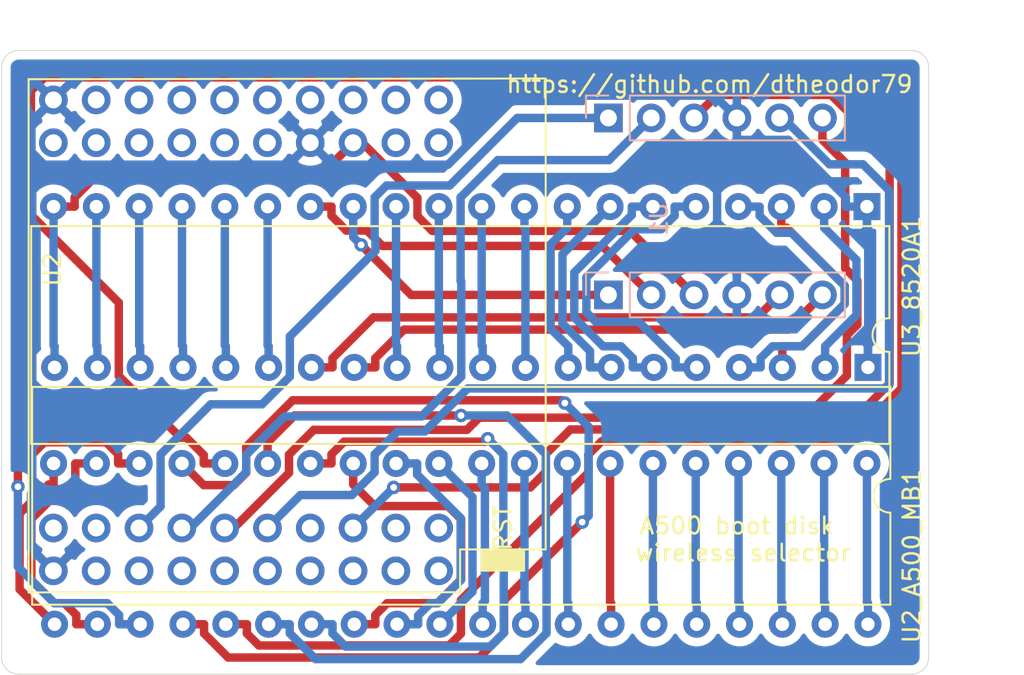
<source format=kicad_pcb>
(kicad_pcb (version 20171130) (host pcbnew "(5.1.6)-1")

  (general
    (thickness 1.6)
    (drawings 12)
    (tracks 368)
    (zones 0)
    (modules 4)
    (nets 79)
  )

  (page A4)
  (layers
    (0 F.Cu signal)
    (31 B.Cu signal)
    (32 B.Adhes user)
    (33 F.Adhes user)
    (34 B.Paste user)
    (35 F.Paste user)
    (36 B.SilkS user)
    (37 F.SilkS user)
    (38 B.Mask user)
    (39 F.Mask user)
    (40 Dwgs.User user)
    (41 Cmts.User user)
    (42 Eco1.User user)
    (43 Eco2.User user)
    (44 Edge.Cuts user)
    (45 Margin user)
    (46 B.CrtYd user)
    (47 F.CrtYd user)
    (48 B.Fab user)
    (49 F.Fab user)
  )

  (setup
    (last_trace_width 0.25)
    (trace_clearance 0.2)
    (zone_clearance 0.508)
    (zone_45_only no)
    (trace_min 0.2)
    (via_size 0.8)
    (via_drill 0.4)
    (via_min_size 0.4)
    (via_min_drill 0.3)
    (uvia_size 0.3)
    (uvia_drill 0.1)
    (uvias_allowed no)
    (uvia_min_size 0.2)
    (uvia_min_drill 0.1)
    (edge_width 0.05)
    (segment_width 0.2)
    (pcb_text_width 0.3)
    (pcb_text_size 1.5 1.5)
    (mod_edge_width 0.12)
    (mod_text_size 1 1)
    (mod_text_width 0.15)
    (pad_size 1.524 1.524)
    (pad_drill 0.762)
    (pad_to_mask_clearance 0.05)
    (aux_axis_origin 0 0)
    (visible_elements 7FFFFFFF)
    (pcbplotparams
      (layerselection 0x010fc_ffffffff)
      (usegerberextensions true)
      (usegerberattributes false)
      (usegerberadvancedattributes false)
      (creategerberjobfile false)
      (excludeedgelayer true)
      (linewidth 0.100000)
      (plotframeref false)
      (viasonmask false)
      (mode 1)
      (useauxorigin false)
      (hpglpennumber 1)
      (hpglpenspeed 20)
      (hpglpendiameter 15.000000)
      (psnegative false)
      (psa4output false)
      (plotreference true)
      (plotvalue false)
      (plotinvisibletext false)
      (padsonsilk false)
      (subtractmaskfromsilk true)
      (outputformat 1)
      (mirror false)
      (drillshape 0)
      (scaleselection 1)
      (outputdirectory "gerbers/"))
  )

  (net 0 "")
  (net 1 +3V3)
  (net 2 +5V)
  (net 3 "Net-(U1-Pad11)")
  (net 4 "Net-(U1-Pad12)")
  (net 5 GND)
  (net 6 "Net-(U1-Pad7)")
  (net 7 "Net-(U1-Pad8)")
  (net 8 "Net-(U2_A500_MB1-Pad40)")
  (net 9 "Net-(U2_A500_MB1-Pad39)")
  (net 10 "Net-(U2_A500_MB1-Pad19)")
  (net 11 "Net-(U2_A500_MB1-Pad38)")
  (net 12 "Net-(U2_A500_MB1-Pad18)")
  (net 13 "Net-(U2_A500_MB1-Pad37)")
  (net 14 "Net-(U2_A500_MB1-Pad17)")
  (net 15 "Net-(U2_A500_MB1-Pad36)")
  (net 16 "Net-(U2_A500_MB1-Pad16)")
  (net 17 "Net-(U2_A500_MB1-Pad35)")
  (net 18 "Net-(U2_A500_MB1-Pad15)")
  (net 19 "Net-(U2_A500_MB1-Pad34)")
  (net 20 "Net-(U2_A500_MB1-Pad33)")
  (net 21 "Net-(U2_A500_MB1-Pad32)")
  (net 22 "Net-(U2_A500_MB1-Pad12)")
  (net 23 "Net-(U2_A500_MB1-Pad31)")
  (net 24 "Net-(U2_A500_MB1-Pad11)")
  (net 25 "Net-(U2_A500_MB1-Pad30)")
  (net 26 "Net-(U2_A500_MB1-Pad10)")
  (net 27 "Net-(U2_A500_MB1-Pad29)")
  (net 28 "Net-(U2_A500_MB1-Pad9)")
  (net 29 "Net-(U2_A500_MB1-Pad28)")
  (net 30 "Net-(U2_A500_MB1-Pad8)")
  (net 31 "Net-(U2_A500_MB1-Pad27)")
  (net 32 "Net-(U2_A500_MB1-Pad7)")
  (net 33 "Net-(U2_A500_MB1-Pad26)")
  (net 34 "Net-(U2_A500_MB1-Pad6)")
  (net 35 "Net-(U2_A500_MB1-Pad25)")
  (net 36 "Net-(U2_A500_MB1-Pad5)")
  (net 37 "Net-(U2_A500_MB1-Pad24)")
  (net 38 "Net-(U2_A500_MB1-Pad4)")
  (net 39 "Net-(U2_A500_MB1-Pad23)")
  (net 40 "Net-(U2_A500_MB1-Pad3)")
  (net 41 "Net-(U2_A500_MB1-Pad22)")
  (net 42 "Net-(U2_A500_MB1-Pad2)")
  (net 43 "Net-(U2_A500_MB1-Pad21)")
  (net 44 "Net-(U1-Pad6)")
  (net 45 "Net-(U1-Pad5)")
  (net 46 "Net-(U1-Pad2)")
  (net 47 "Net-(U1-Pad1)")
  (net 48 "Net-(U2-Pad2)")
  (net 49 "Net-(U2-Pad3)")
  (net 50 "Net-(U2-Pad4)")
  (net 51 "Net-(U2-Pad5)")
  (net 52 "Net-(U2-Pad7)")
  (net 53 "Net-(U2-Pad9)")
  (net 54 "Net-(U2-Pad11)")
  (net 55 "Net-(U2-Pad13)")
  (net 56 "Net-(U2-Pad14)")
  (net 57 "Net-(U2-Pad15)")
  (net 58 "Net-(U2-Pad17)")
  (net 59 "Net-(U2-Pad18)")
  (net 60 "Net-(U2-Pad19)")
  (net 61 "Net-(U2-Pad20)")
  (net 62 "Net-(U2-Pad21)")
  (net 63 "Net-(U2-Pad23)")
  (net 64 "Net-(U2-Pad24)")
  (net 65 "Net-(U2-Pad25)")
  (net 66 "Net-(U2-Pad26)")
  (net 67 "Net-(U2-Pad27)")
  (net 68 "Net-(U2-Pad28)")
  (net 69 "Net-(U2-Pad29)")
  (net 70 "Net-(U2-Pad30)")
  (net 71 "Net-(U2-Pad31)")
  (net 72 "Net-(U2-Pad32)")
  (net 73 "Net-(U2-Pad34)")
  (net 74 "Net-(U2-Pad36)")
  (net 75 "Net-(U2-Pad37)")
  (net 76 "Net-(U2-Pad38)")
  (net 77 "Net-(U2-Pad39)")
  (net 78 "Net-(U2-Pad40)")

  (net_class Default "This is the default net class."
    (clearance 0.2)
    (trace_width 0.25)
    (via_dia 0.8)
    (via_drill 0.4)
    (uvia_dia 0.3)
    (uvia_drill 0.1)
    (add_net +3V3)
    (add_net +5V)
    (add_net GND)
    (add_net "Net-(U1-Pad1)")
    (add_net "Net-(U1-Pad11)")
    (add_net "Net-(U1-Pad12)")
    (add_net "Net-(U1-Pad2)")
    (add_net "Net-(U1-Pad5)")
    (add_net "Net-(U1-Pad6)")
    (add_net "Net-(U1-Pad7)")
    (add_net "Net-(U1-Pad8)")
    (add_net "Net-(U2-Pad11)")
    (add_net "Net-(U2-Pad13)")
    (add_net "Net-(U2-Pad14)")
    (add_net "Net-(U2-Pad15)")
    (add_net "Net-(U2-Pad17)")
    (add_net "Net-(U2-Pad18)")
    (add_net "Net-(U2-Pad19)")
    (add_net "Net-(U2-Pad2)")
    (add_net "Net-(U2-Pad20)")
    (add_net "Net-(U2-Pad21)")
    (add_net "Net-(U2-Pad23)")
    (add_net "Net-(U2-Pad24)")
    (add_net "Net-(U2-Pad25)")
    (add_net "Net-(U2-Pad26)")
    (add_net "Net-(U2-Pad27)")
    (add_net "Net-(U2-Pad28)")
    (add_net "Net-(U2-Pad29)")
    (add_net "Net-(U2-Pad3)")
    (add_net "Net-(U2-Pad30)")
    (add_net "Net-(U2-Pad31)")
    (add_net "Net-(U2-Pad32)")
    (add_net "Net-(U2-Pad34)")
    (add_net "Net-(U2-Pad36)")
    (add_net "Net-(U2-Pad37)")
    (add_net "Net-(U2-Pad38)")
    (add_net "Net-(U2-Pad39)")
    (add_net "Net-(U2-Pad4)")
    (add_net "Net-(U2-Pad40)")
    (add_net "Net-(U2-Pad5)")
    (add_net "Net-(U2-Pad7)")
    (add_net "Net-(U2-Pad9)")
    (add_net "Net-(U2_A500_MB1-Pad10)")
    (add_net "Net-(U2_A500_MB1-Pad11)")
    (add_net "Net-(U2_A500_MB1-Pad12)")
    (add_net "Net-(U2_A500_MB1-Pad15)")
    (add_net "Net-(U2_A500_MB1-Pad16)")
    (add_net "Net-(U2_A500_MB1-Pad17)")
    (add_net "Net-(U2_A500_MB1-Pad18)")
    (add_net "Net-(U2_A500_MB1-Pad19)")
    (add_net "Net-(U2_A500_MB1-Pad2)")
    (add_net "Net-(U2_A500_MB1-Pad21)")
    (add_net "Net-(U2_A500_MB1-Pad22)")
    (add_net "Net-(U2_A500_MB1-Pad23)")
    (add_net "Net-(U2_A500_MB1-Pad24)")
    (add_net "Net-(U2_A500_MB1-Pad25)")
    (add_net "Net-(U2_A500_MB1-Pad26)")
    (add_net "Net-(U2_A500_MB1-Pad27)")
    (add_net "Net-(U2_A500_MB1-Pad28)")
    (add_net "Net-(U2_A500_MB1-Pad29)")
    (add_net "Net-(U2_A500_MB1-Pad3)")
    (add_net "Net-(U2_A500_MB1-Pad30)")
    (add_net "Net-(U2_A500_MB1-Pad31)")
    (add_net "Net-(U2_A500_MB1-Pad32)")
    (add_net "Net-(U2_A500_MB1-Pad33)")
    (add_net "Net-(U2_A500_MB1-Pad34)")
    (add_net "Net-(U2_A500_MB1-Pad35)")
    (add_net "Net-(U2_A500_MB1-Pad36)")
    (add_net "Net-(U2_A500_MB1-Pad37)")
    (add_net "Net-(U2_A500_MB1-Pad38)")
    (add_net "Net-(U2_A500_MB1-Pad39)")
    (add_net "Net-(U2_A500_MB1-Pad4)")
    (add_net "Net-(U2_A500_MB1-Pad40)")
    (add_net "Net-(U2_A500_MB1-Pad5)")
    (add_net "Net-(U2_A500_MB1-Pad6)")
    (add_net "Net-(U2_A500_MB1-Pad7)")
    (add_net "Net-(U2_A500_MB1-Pad8)")
    (add_net "Net-(U2_A500_MB1-Pad9)")
  )

  (module esp32_d1_mini:ESP32_mini (layer F.Cu) (tedit 61A9C6B3) (tstamp 61A9A1B0)
    (at 163.5 98.9 90)
    (path /61A8D361)
    (fp_text reference U2 (at 3.9 -11.5 90) (layer F.SilkS)
      (effects (font (size 1 1) (thickness 0.15)))
    )
    (fp_text value mini_esp32 (at 0 -1.27 90) (layer F.Fab)
      (effects (font (size 1 1) (thickness 0.15)))
    )
    (fp_line (start 13.97 12.7) (end 11.43 12.7) (layer Dwgs.User) (width 0.12))
    (fp_line (start 13.97 13.97) (end 13.97 12.7) (layer Dwgs.User) (width 0.12))
    (fp_line (start 11.43 13.97) (end 13.97 13.97) (layer Dwgs.User) (width 0.12))
    (fp_line (start 11.43 12.7) (end 11.43 13.97) (layer Dwgs.User) (width 0.12))
    (fp_line (start 13.97 15.24) (end 13.97 16.51) (layer Dwgs.User) (width 0.12))
    (fp_line (start 11.43 15.24) (end 13.97 15.24) (layer Dwgs.User) (width 0.12))
    (fp_line (start 11.43 16.51) (end 11.43 15.24) (layer Dwgs.User) (width 0.12))
    (fp_line (start 13.97 16.51) (end 11.43 16.51) (layer Dwgs.User) (width 0.12))
    (fp_line (start -12.7 17.78) (end 15.24 17.78) (layer F.SilkS) (width 0.12))
    (fp_poly (pts (xy -13.97 16.51) (xy -13.97 13.97) (xy -12.7 13.97) (xy -12.7 16.51)) (layer F.SilkS) (width 0.1))
    (fp_line (start -15.24 12.7) (end -12.7 12.7) (layer F.SilkS) (width 0.12))
    (fp_line (start -15.25 -12.9) (end -15.24 12.7) (layer F.SilkS) (width 0.12))
    (fp_line (start 15.2 -12.9) (end 15.24 17.78) (layer F.SilkS) (width 0.12))
    (fp_line (start -12.7 12.7) (end -12.7 17.78) (layer F.SilkS) (width 0.12))
    (fp_line (start 15.2 -12.9) (end -15.25 -12.9) (layer F.SilkS) (width 0.12))
    (fp_text user RST (at -11.43 15.24 90) (layer F.SilkS)
      (effects (font (size 1 1) (thickness 0.15)))
    )
    (fp_text user PWR (at 12.573 15.875 90) (layer Dwgs.User)
      (effects (font (size 0.5 0.5) (thickness 0.125)))
    )
    (fp_text user IO_02 (at 12.7 13.335 90) (layer Dwgs.User)
      (effects (font (size 0.5 0.5) (thickness 0.125)))
    )
    (pad 2 thru_hole circle (at -11.43 -11.43) (size 1.7 1.7) (drill 1) (layers *.Cu *.Mask)
      (net 48 "Net-(U2-Pad2)"))
    (pad 1 thru_hole circle (at -13.97 -11.43) (size 1.7 1.7) (drill 1) (layers *.Cu *.Mask)
      (net 5 GND))
    (pad 3 thru_hole circle (at -13.97 -8.89) (size 1.7 1.7) (drill 1) (layers *.Cu *.Mask)
      (net 49 "Net-(U2-Pad3)"))
    (pad 4 thru_hole circle (at -11.43 -8.89) (size 1.7 1.7) (drill 1) (layers *.Cu *.Mask)
      (net 50 "Net-(U2-Pad4)"))
    (pad 5 thru_hole circle (at -13.97 -6.35) (size 1.7 1.7) (drill 1) (layers *.Cu *.Mask)
      (net 51 "Net-(U2-Pad5)"))
    (pad 6 thru_hole circle (at -11.43 -6.35) (size 1.7 1.7) (drill 1) (layers *.Cu *.Mask)
      (net 47 "Net-(U1-Pad1)"))
    (pad 7 thru_hole circle (at -13.97 -3.81) (size 1.7 1.7) (drill 1) (layers *.Cu *.Mask)
      (net 52 "Net-(U2-Pad7)"))
    (pad 8 thru_hole circle (at -11.43 -3.81) (size 1.7 1.7) (drill 1) (layers *.Cu *.Mask)
      (net 46 "Net-(U1-Pad2)"))
    (pad 9 thru_hole circle (at -13.97 -1.27) (size 1.7 1.7) (drill 1) (layers *.Cu *.Mask)
      (net 53 "Net-(U2-Pad9)"))
    (pad 10 thru_hole circle (at -11.43 -1.27) (size 1.7 1.7) (drill 1) (layers *.Cu *.Mask)
      (net 44 "Net-(U1-Pad6)"))
    (pad 11 thru_hole circle (at -13.97 1.27) (size 1.7 1.7) (drill 1) (layers *.Cu *.Mask)
      (net 54 "Net-(U2-Pad11)"))
    (pad 12 thru_hole circle (at -11.43 1.27) (size 1.7 1.7) (drill 1) (layers *.Cu *.Mask)
      (net 45 "Net-(U1-Pad5)"))
    (pad 13 thru_hole circle (at -13.97 3.81) (size 1.7 1.7) (drill 1) (layers *.Cu *.Mask)
      (net 55 "Net-(U2-Pad13)"))
    (pad 14 thru_hole circle (at -11.43 3.81) (size 1.7 1.7) (drill 1) (layers *.Cu *.Mask)
      (net 56 "Net-(U2-Pad14)"))
    (pad 15 thru_hole circle (at -13.97 6.35) (size 1.7 1.7) (drill 1) (layers *.Cu *.Mask)
      (net 57 "Net-(U2-Pad15)"))
    (pad 16 thru_hole circle (at -11.43 6.35) (size 1.7 1.7) (drill 1) (layers *.Cu *.Mask)
      (net 1 +3V3))
    (pad 17 thru_hole circle (at -13.97 8.89) (size 1.7 1.7) (drill 1) (layers *.Cu *.Mask)
      (net 58 "Net-(U2-Pad17)"))
    (pad 18 thru_hole circle (at -11.43 8.89) (size 1.7 1.7) (drill 1) (layers *.Cu *.Mask)
      (net 59 "Net-(U2-Pad18)"))
    (pad 19 thru_hole circle (at -13.97 11.43) (size 1.7 1.7) (drill 1) (layers *.Cu *.Mask)
      (net 60 "Net-(U2-Pad19)"))
    (pad 20 thru_hole circle (at -11.43 11.43) (size 1.7 1.7) (drill 1) (layers *.Cu *.Mask)
      (net 61 "Net-(U2-Pad20)"))
    (pad 21 thru_hole circle (at 11.43 -11.43) (size 1.7 1.7) (drill 1) (layers *.Cu *.Mask)
      (net 62 "Net-(U2-Pad21)"))
    (pad 22 thru_hole circle (at 13.97 -11.43) (size 1.7 1.7) (drill 1) (layers *.Cu *.Mask)
      (net 5 GND))
    (pad 23 thru_hole circle (at 11.43 -8.89) (size 1.7 1.7) (drill 1) (layers *.Cu *.Mask)
      (net 63 "Net-(U2-Pad23)"))
    (pad 24 thru_hole circle (at 13.97 -8.89) (size 1.7 1.7) (drill 1) (layers *.Cu *.Mask)
      (net 64 "Net-(U2-Pad24)"))
    (pad 25 thru_hole circle (at 11.43 -6.35) (size 1.7 1.7) (drill 1) (layers *.Cu *.Mask)
      (net 65 "Net-(U2-Pad25)"))
    (pad 26 thru_hole circle (at 13.97 -6.35) (size 1.7 1.7) (drill 1) (layers *.Cu *.Mask)
      (net 66 "Net-(U2-Pad26)"))
    (pad 27 thru_hole circle (at 11.43 -3.81) (size 1.7 1.7) (drill 1) (layers *.Cu *.Mask)
      (net 67 "Net-(U2-Pad27)"))
    (pad 28 thru_hole circle (at 13.97 -3.81) (size 1.7 1.7) (drill 1) (layers *.Cu *.Mask)
      (net 68 "Net-(U2-Pad28)"))
    (pad 29 thru_hole circle (at 11.43 -1.27) (size 1.7 1.7) (drill 1) (layers *.Cu *.Mask)
      (net 69 "Net-(U2-Pad29)"))
    (pad 30 thru_hole circle (at 13.97 -1.27) (size 1.7 1.7) (drill 1) (layers *.Cu *.Mask)
      (net 70 "Net-(U2-Pad30)"))
    (pad 31 thru_hole circle (at 11.43 1.27) (size 1.7 1.7) (drill 1) (layers *.Cu *.Mask)
      (net 71 "Net-(U2-Pad31)"))
    (pad 32 thru_hole circle (at 13.97 1.27) (size 1.7 1.7) (drill 1) (layers *.Cu *.Mask)
      (net 72 "Net-(U2-Pad32)"))
    (pad 33 thru_hole circle (at 11.43 3.81) (size 1.7 1.7) (drill 1) (layers *.Cu *.Mask)
      (net 5 GND))
    (pad 34 thru_hole circle (at 13.97 3.81) (size 1.7 1.7) (drill 1) (layers *.Cu *.Mask)
      (net 73 "Net-(U2-Pad34)"))
    (pad 35 thru_hole circle (at 11.43 6.35) (size 1.7 1.7) (drill 1) (layers *.Cu *.Mask)
      (net 2 +5V))
    (pad 36 thru_hole circle (at 13.97 6.35) (size 1.7 1.7) (drill 1) (layers *.Cu *.Mask)
      (net 74 "Net-(U2-Pad36)"))
    (pad 37 thru_hole circle (at 11.43 8.89) (size 1.7 1.7) (drill 1) (layers *.Cu *.Mask)
      (net 75 "Net-(U2-Pad37)"))
    (pad 38 thru_hole circle (at 13.97 8.89) (size 1.7 1.7) (drill 1) (layers *.Cu *.Mask)
      (net 76 "Net-(U2-Pad38)"))
    (pad 39 thru_hole circle (at 11.43 11.43) (size 1.7 1.7) (drill 1) (layers *.Cu *.Mask)
      (net 77 "Net-(U2-Pad39)"))
    (pad 40 thru_hole circle (at 13.97 11.43) (size 1.7 1.7) (drill 1) (layers *.Cu *.Mask)
      (net 78 "Net-(U2-Pad40)"))
    (model ${KIPRJMOD}/3Dmodels/Wemos-Mini-D1-ESP32.STEP
      (offset (xyz 137.5 42.5 -31.5))
      (scale (xyz 1 1 1))
      (rotate (xyz -90 0 0))
    )
    (model ${KISYS3DMOD}/Connector_PinSocket_2.54mm.3dshapes/PinSocket_2x10_P2.54mm_Vertical.wrl
      (offset (xyz -11.5 11.5 0))
      (scale (xyz 1 1 1))
      (rotate (xyz 0 0 0))
    )
    (model ${KISYS3DMOD}/Connector_PinSocket_2.54mm.3dshapes/PinSocket_2x10_P2.54mm_Vertical.wrl
      (offset (xyz 14 11.5 0))
      (scale (xyz 1 1 1))
      (rotate (xyz 0 0 0))
    )
    (model ${KISYS3DMOD}/Connector_PinHeader_2.54mm.3dshapes/PinHeader_2x10_P2.54mm_Vertical.wrl
      (offset (xyz -11.5 11.5 9.5))
      (scale (xyz 1 1 1))
      (rotate (xyz 0 -180 0))
    )
    (model ${KISYS3DMOD}/Connector_PinHeader_2.54mm.3dshapes/PinHeader_2x10_P2.54mm_Vertical.wrl
      (offset (xyz 14 11.5 9.5))
      (scale (xyz 1 1 1))
      (rotate (xyz 0 -180 0))
    )
  )

  (module Package_DIP:DIP-40_W15.24mm (layer F.Cu) (tedit 5A02E8C5) (tstamp 61A9A256)
    (at 200.34 91.26 270)
    (descr "40-lead though-hole mounted DIP package, row spacing 15.24 mm (600 mils)")
    (tags "THT DIP DIL PDIP 2.54mm 15.24mm 600mil")
    (path /61A93A9D)
    (fp_text reference U3_8520A1 (at 4.74 -2.66 90) (layer F.SilkS)
      (effects (font (size 1 1) (thickness 0.15)))
    )
    (fp_text value dip40 (at 7.62 50.59 90) (layer F.Fab)
      (effects (font (size 1 1) (thickness 0.15)))
    )
    (fp_line (start 1.255 -1.27) (end 14.985 -1.27) (layer F.Fab) (width 0.1))
    (fp_line (start 14.985 -1.27) (end 14.985 49.53) (layer F.Fab) (width 0.1))
    (fp_line (start 14.985 49.53) (end 0.255 49.53) (layer F.Fab) (width 0.1))
    (fp_line (start 0.255 49.53) (end 0.255 -0.27) (layer F.Fab) (width 0.1))
    (fp_line (start 0.255 -0.27) (end 1.255 -1.27) (layer F.Fab) (width 0.1))
    (fp_line (start 6.62 -1.33) (end 1.16 -1.33) (layer F.SilkS) (width 0.12))
    (fp_line (start 1.16 -1.33) (end 1.16 49.59) (layer F.SilkS) (width 0.12))
    (fp_line (start 1.16 49.59) (end 14.08 49.59) (layer F.SilkS) (width 0.12))
    (fp_line (start 14.08 49.59) (end 14.08 -1.33) (layer F.SilkS) (width 0.12))
    (fp_line (start 14.08 -1.33) (end 8.62 -1.33) (layer F.SilkS) (width 0.12))
    (fp_line (start -1.05 -1.55) (end -1.05 49.8) (layer F.CrtYd) (width 0.05))
    (fp_line (start -1.05 49.8) (end 16.3 49.8) (layer F.CrtYd) (width 0.05))
    (fp_line (start 16.3 49.8) (end 16.3 -1.55) (layer F.CrtYd) (width 0.05))
    (fp_line (start 16.3 -1.55) (end -1.05 -1.55) (layer F.CrtYd) (width 0.05))
    (fp_text user %R (at 7.62 24.13 90) (layer F.Fab)
      (effects (font (size 1 1) (thickness 0.15)))
    )
    (fp_arc (start 7.62 -1.33) (end 6.62 -1.33) (angle -180) (layer F.SilkS) (width 0.12))
    (pad 40 thru_hole oval (at 15.24 0 270) (size 1.6 1.6) (drill 0.8) (layers *.Cu *.Mask)
      (net 8 "Net-(U2_A500_MB1-Pad40)"))
    (pad 20 thru_hole oval (at 0 48.26 270) (size 1.6 1.6) (drill 0.8) (layers *.Cu *.Mask)
      (net 2 +5V))
    (pad 39 thru_hole oval (at 15.24 2.54 270) (size 1.6 1.6) (drill 0.8) (layers *.Cu *.Mask)
      (net 9 "Net-(U2_A500_MB1-Pad39)"))
    (pad 19 thru_hole oval (at 0 45.72 270) (size 1.6 1.6) (drill 0.8) (layers *.Cu *.Mask)
      (net 10 "Net-(U2_A500_MB1-Pad19)"))
    (pad 38 thru_hole oval (at 15.24 5.08 270) (size 1.6 1.6) (drill 0.8) (layers *.Cu *.Mask)
      (net 11 "Net-(U2_A500_MB1-Pad38)"))
    (pad 18 thru_hole oval (at 0 43.18 270) (size 1.6 1.6) (drill 0.8) (layers *.Cu *.Mask)
      (net 12 "Net-(U2_A500_MB1-Pad18)"))
    (pad 37 thru_hole oval (at 15.24 7.62 270) (size 1.6 1.6) (drill 0.8) (layers *.Cu *.Mask)
      (net 13 "Net-(U2_A500_MB1-Pad37)"))
    (pad 17 thru_hole oval (at 0 40.64 270) (size 1.6 1.6) (drill 0.8) (layers *.Cu *.Mask)
      (net 14 "Net-(U2_A500_MB1-Pad17)"))
    (pad 36 thru_hole oval (at 15.24 10.16 270) (size 1.6 1.6) (drill 0.8) (layers *.Cu *.Mask)
      (net 15 "Net-(U2_A500_MB1-Pad36)"))
    (pad 16 thru_hole oval (at 0 38.1 270) (size 1.6 1.6) (drill 0.8) (layers *.Cu *.Mask)
      (net 16 "Net-(U2_A500_MB1-Pad16)"))
    (pad 35 thru_hole oval (at 15.24 12.7 270) (size 1.6 1.6) (drill 0.8) (layers *.Cu *.Mask)
      (net 17 "Net-(U2_A500_MB1-Pad35)"))
    (pad 15 thru_hole oval (at 0 35.56 270) (size 1.6 1.6) (drill 0.8) (layers *.Cu *.Mask)
      (net 18 "Net-(U2_A500_MB1-Pad15)"))
    (pad 34 thru_hole oval (at 15.24 15.24 270) (size 1.6 1.6) (drill 0.8) (layers *.Cu *.Mask)
      (net 19 "Net-(U2_A500_MB1-Pad34)"))
    (pad 14 thru_hole oval (at 0 33.02 270) (size 1.6 1.6) (drill 0.8) (layers *.Cu *.Mask)
      (net 7 "Net-(U1-Pad8)"))
    (pad 33 thru_hole oval (at 15.24 17.78 270) (size 1.6 1.6) (drill 0.8) (layers *.Cu *.Mask)
      (net 20 "Net-(U2_A500_MB1-Pad33)"))
    (pad 13 thru_hole oval (at 0 30.48 270) (size 1.6 1.6) (drill 0.8) (layers *.Cu *.Mask)
      (net 6 "Net-(U1-Pad7)"))
    (pad 32 thru_hole oval (at 15.24 20.32 270) (size 1.6 1.6) (drill 0.8) (layers *.Cu *.Mask)
      (net 21 "Net-(U2_A500_MB1-Pad32)"))
    (pad 12 thru_hole oval (at 0 27.94 270) (size 1.6 1.6) (drill 0.8) (layers *.Cu *.Mask)
      (net 22 "Net-(U2_A500_MB1-Pad12)"))
    (pad 31 thru_hole oval (at 15.24 22.86 270) (size 1.6 1.6) (drill 0.8) (layers *.Cu *.Mask)
      (net 23 "Net-(U2_A500_MB1-Pad31)"))
    (pad 11 thru_hole oval (at 0 25.4 270) (size 1.6 1.6) (drill 0.8) (layers *.Cu *.Mask)
      (net 24 "Net-(U2_A500_MB1-Pad11)"))
    (pad 30 thru_hole oval (at 15.24 25.4 270) (size 1.6 1.6) (drill 0.8) (layers *.Cu *.Mask)
      (net 25 "Net-(U2_A500_MB1-Pad30)"))
    (pad 10 thru_hole oval (at 0 22.86 270) (size 1.6 1.6) (drill 0.8) (layers *.Cu *.Mask)
      (net 26 "Net-(U2_A500_MB1-Pad10)"))
    (pad 29 thru_hole oval (at 15.24 27.94 270) (size 1.6 1.6) (drill 0.8) (layers *.Cu *.Mask)
      (net 27 "Net-(U2_A500_MB1-Pad29)"))
    (pad 9 thru_hole oval (at 0 20.32 270) (size 1.6 1.6) (drill 0.8) (layers *.Cu *.Mask)
      (net 28 "Net-(U2_A500_MB1-Pad9)"))
    (pad 28 thru_hole oval (at 15.24 30.48 270) (size 1.6 1.6) (drill 0.8) (layers *.Cu *.Mask)
      (net 29 "Net-(U2_A500_MB1-Pad28)"))
    (pad 8 thru_hole oval (at 0 17.78 270) (size 1.6 1.6) (drill 0.8) (layers *.Cu *.Mask)
      (net 30 "Net-(U2_A500_MB1-Pad8)"))
    (pad 27 thru_hole oval (at 15.24 33.02 270) (size 1.6 1.6) (drill 0.8) (layers *.Cu *.Mask)
      (net 31 "Net-(U2_A500_MB1-Pad27)"))
    (pad 7 thru_hole oval (at 0 15.24 270) (size 1.6 1.6) (drill 0.8) (layers *.Cu *.Mask)
      (net 32 "Net-(U2_A500_MB1-Pad7)"))
    (pad 26 thru_hole oval (at 15.24 35.56 270) (size 1.6 1.6) (drill 0.8) (layers *.Cu *.Mask)
      (net 33 "Net-(U2_A500_MB1-Pad26)"))
    (pad 6 thru_hole oval (at 0 12.7 270) (size 1.6 1.6) (drill 0.8) (layers *.Cu *.Mask)
      (net 34 "Net-(U2_A500_MB1-Pad6)"))
    (pad 25 thru_hole oval (at 15.24 38.1 270) (size 1.6 1.6) (drill 0.8) (layers *.Cu *.Mask)
      (net 35 "Net-(U2_A500_MB1-Pad25)"))
    (pad 5 thru_hole oval (at 0 10.16 270) (size 1.6 1.6) (drill 0.8) (layers *.Cu *.Mask)
      (net 36 "Net-(U2_A500_MB1-Pad5)"))
    (pad 24 thru_hole oval (at 15.24 40.64 270) (size 1.6 1.6) (drill 0.8) (layers *.Cu *.Mask)
      (net 37 "Net-(U2_A500_MB1-Pad24)"))
    (pad 4 thru_hole oval (at 0 7.62 270) (size 1.6 1.6) (drill 0.8) (layers *.Cu *.Mask)
      (net 38 "Net-(U2_A500_MB1-Pad4)"))
    (pad 23 thru_hole oval (at 15.24 43.18 270) (size 1.6 1.6) (drill 0.8) (layers *.Cu *.Mask)
      (net 39 "Net-(U2_A500_MB1-Pad23)"))
    (pad 3 thru_hole oval (at 0 5.08 270) (size 1.6 1.6) (drill 0.8) (layers *.Cu *.Mask)
      (net 40 "Net-(U2_A500_MB1-Pad3)"))
    (pad 22 thru_hole oval (at 15.24 45.72 270) (size 1.6 1.6) (drill 0.8) (layers *.Cu *.Mask)
      (net 41 "Net-(U2_A500_MB1-Pad22)"))
    (pad 2 thru_hole oval (at 0 2.54 270) (size 1.6 1.6) (drill 0.8) (layers *.Cu *.Mask)
      (net 42 "Net-(U2_A500_MB1-Pad2)"))
    (pad 21 thru_hole oval (at 15.24 48.26 270) (size 1.6 1.6) (drill 0.8) (layers *.Cu *.Mask)
      (net 43 "Net-(U2_A500_MB1-Pad21)"))
    (pad 1 thru_hole rect (at 0 0 270) (size 1.6 1.6) (drill 0.8) (layers *.Cu *.Mask)
      (net 5 GND))
    (model ${KISYS3DMOD}/Package_DIP.3dshapes/DIP-40_W15.24mm.wrl
      (offset (xyz 0 0 4))
      (scale (xyz 1 1 1))
      (rotate (xyz 0 0 0))
    )
    (model ${KISYS3DMOD}/Package_DIP.3dshapes/DIP-40_W15.24mm_Socket.wrl
      (at (xyz 0 0 0))
      (scale (xyz 1 1 1))
      (rotate (xyz 0 0 0))
    )
  )

  (module Package_DIP:DIP-40_W15.24mm (layer F.Cu) (tedit 5A02E8C5) (tstamp 61A9A21A)
    (at 200.4 100.8 270)
    (descr "40-lead though-hole mounted DIP package, row spacing 15.24 mm (600 mils)")
    (tags "THT DIP DIL PDIP 2.54mm 15.24mm 600mil")
    (path /61A95782)
    (fp_text reference U2_A500_MB1 (at 11.2 -2.6 90) (layer F.SilkS)
      (effects (font (size 1 1) (thickness 0.15)))
    )
    (fp_text value dip40 (at 7.62 50.59 90) (layer F.Fab)
      (effects (font (size 1 1) (thickness 0.15)))
    )
    (fp_line (start 1.255 -1.27) (end 14.985 -1.27) (layer F.Fab) (width 0.1))
    (fp_line (start 14.985 -1.27) (end 14.985 49.53) (layer F.Fab) (width 0.1))
    (fp_line (start 14.985 49.53) (end 0.255 49.53) (layer F.Fab) (width 0.1))
    (fp_line (start 0.255 49.53) (end 0.255 -0.27) (layer F.Fab) (width 0.1))
    (fp_line (start 0.255 -0.27) (end 1.255 -1.27) (layer F.Fab) (width 0.1))
    (fp_line (start 6.62 -1.33) (end 1.16 -1.33) (layer F.SilkS) (width 0.12))
    (fp_line (start 1.16 -1.33) (end 1.16 49.59) (layer F.SilkS) (width 0.12))
    (fp_line (start 1.16 49.59) (end 14.08 49.59) (layer F.SilkS) (width 0.12))
    (fp_line (start 14.08 49.59) (end 14.08 -1.33) (layer F.SilkS) (width 0.12))
    (fp_line (start 14.08 -1.33) (end 8.62 -1.33) (layer F.SilkS) (width 0.12))
    (fp_line (start -1.05 -1.55) (end -1.05 49.8) (layer F.CrtYd) (width 0.05))
    (fp_line (start -1.05 49.8) (end 16.3 49.8) (layer F.CrtYd) (width 0.05))
    (fp_line (start 16.3 49.8) (end 16.3 -1.55) (layer F.CrtYd) (width 0.05))
    (fp_line (start 16.3 -1.55) (end -1.05 -1.55) (layer F.CrtYd) (width 0.05))
    (fp_text user %R (at 7.62 24.13 90) (layer F.Fab)
      (effects (font (size 1 1) (thickness 0.15)))
    )
    (fp_arc (start 7.62 -1.33) (end 6.62 -1.33) (angle -180) (layer F.SilkS) (width 0.12))
    (pad 40 thru_hole oval (at 15.24 0 270) (size 1.6 1.6) (drill 0.8) (layers *.Cu *.Mask)
      (net 8 "Net-(U2_A500_MB1-Pad40)"))
    (pad 20 thru_hole oval (at 0 48.26 270) (size 1.6 1.6) (drill 0.8) (layers *.Cu *.Mask)
      (net 2 +5V))
    (pad 39 thru_hole oval (at 15.24 2.54 270) (size 1.6 1.6) (drill 0.8) (layers *.Cu *.Mask)
      (net 9 "Net-(U2_A500_MB1-Pad39)"))
    (pad 19 thru_hole oval (at 0 45.72 270) (size 1.6 1.6) (drill 0.8) (layers *.Cu *.Mask)
      (net 10 "Net-(U2_A500_MB1-Pad19)"))
    (pad 38 thru_hole oval (at 15.24 5.08 270) (size 1.6 1.6) (drill 0.8) (layers *.Cu *.Mask)
      (net 11 "Net-(U2_A500_MB1-Pad38)"))
    (pad 18 thru_hole oval (at 0 43.18 270) (size 1.6 1.6) (drill 0.8) (layers *.Cu *.Mask)
      (net 12 "Net-(U2_A500_MB1-Pad18)"))
    (pad 37 thru_hole oval (at 15.24 7.62 270) (size 1.6 1.6) (drill 0.8) (layers *.Cu *.Mask)
      (net 13 "Net-(U2_A500_MB1-Pad37)"))
    (pad 17 thru_hole oval (at 0 40.64 270) (size 1.6 1.6) (drill 0.8) (layers *.Cu *.Mask)
      (net 14 "Net-(U2_A500_MB1-Pad17)"))
    (pad 36 thru_hole oval (at 15.24 10.16 270) (size 1.6 1.6) (drill 0.8) (layers *.Cu *.Mask)
      (net 15 "Net-(U2_A500_MB1-Pad36)"))
    (pad 16 thru_hole oval (at 0 38.1 270) (size 1.6 1.6) (drill 0.8) (layers *.Cu *.Mask)
      (net 16 "Net-(U2_A500_MB1-Pad16)"))
    (pad 35 thru_hole oval (at 15.24 12.7 270) (size 1.6 1.6) (drill 0.8) (layers *.Cu *.Mask)
      (net 17 "Net-(U2_A500_MB1-Pad35)"))
    (pad 15 thru_hole oval (at 0 35.56 270) (size 1.6 1.6) (drill 0.8) (layers *.Cu *.Mask)
      (net 18 "Net-(U2_A500_MB1-Pad15)"))
    (pad 34 thru_hole oval (at 15.24 15.24 270) (size 1.6 1.6) (drill 0.8) (layers *.Cu *.Mask)
      (net 19 "Net-(U2_A500_MB1-Pad34)"))
    (pad 14 thru_hole oval (at 0 33.02 270) (size 1.6 1.6) (drill 0.8) (layers *.Cu *.Mask)
      (net 3 "Net-(U1-Pad11)"))
    (pad 33 thru_hole oval (at 15.24 17.78 270) (size 1.6 1.6) (drill 0.8) (layers *.Cu *.Mask)
      (net 20 "Net-(U2_A500_MB1-Pad33)"))
    (pad 13 thru_hole oval (at 0 30.48 270) (size 1.6 1.6) (drill 0.8) (layers *.Cu *.Mask)
      (net 4 "Net-(U1-Pad12)"))
    (pad 32 thru_hole oval (at 15.24 20.32 270) (size 1.6 1.6) (drill 0.8) (layers *.Cu *.Mask)
      (net 21 "Net-(U2_A500_MB1-Pad32)"))
    (pad 12 thru_hole oval (at 0 27.94 270) (size 1.6 1.6) (drill 0.8) (layers *.Cu *.Mask)
      (net 22 "Net-(U2_A500_MB1-Pad12)"))
    (pad 31 thru_hole oval (at 15.24 22.86 270) (size 1.6 1.6) (drill 0.8) (layers *.Cu *.Mask)
      (net 23 "Net-(U2_A500_MB1-Pad31)"))
    (pad 11 thru_hole oval (at 0 25.4 270) (size 1.6 1.6) (drill 0.8) (layers *.Cu *.Mask)
      (net 24 "Net-(U2_A500_MB1-Pad11)"))
    (pad 30 thru_hole oval (at 15.24 25.4 270) (size 1.6 1.6) (drill 0.8) (layers *.Cu *.Mask)
      (net 25 "Net-(U2_A500_MB1-Pad30)"))
    (pad 10 thru_hole oval (at 0 22.86 270) (size 1.6 1.6) (drill 0.8) (layers *.Cu *.Mask)
      (net 26 "Net-(U2_A500_MB1-Pad10)"))
    (pad 29 thru_hole oval (at 15.24 27.94 270) (size 1.6 1.6) (drill 0.8) (layers *.Cu *.Mask)
      (net 27 "Net-(U2_A500_MB1-Pad29)"))
    (pad 9 thru_hole oval (at 0 20.32 270) (size 1.6 1.6) (drill 0.8) (layers *.Cu *.Mask)
      (net 28 "Net-(U2_A500_MB1-Pad9)"))
    (pad 28 thru_hole oval (at 15.24 30.48 270) (size 1.6 1.6) (drill 0.8) (layers *.Cu *.Mask)
      (net 29 "Net-(U2_A500_MB1-Pad28)"))
    (pad 8 thru_hole oval (at 0 17.78 270) (size 1.6 1.6) (drill 0.8) (layers *.Cu *.Mask)
      (net 30 "Net-(U2_A500_MB1-Pad8)"))
    (pad 27 thru_hole oval (at 15.24 33.02 270) (size 1.6 1.6) (drill 0.8) (layers *.Cu *.Mask)
      (net 31 "Net-(U2_A500_MB1-Pad27)"))
    (pad 7 thru_hole oval (at 0 15.24 270) (size 1.6 1.6) (drill 0.8) (layers *.Cu *.Mask)
      (net 32 "Net-(U2_A500_MB1-Pad7)"))
    (pad 26 thru_hole oval (at 15.24 35.56 270) (size 1.6 1.6) (drill 0.8) (layers *.Cu *.Mask)
      (net 33 "Net-(U2_A500_MB1-Pad26)"))
    (pad 6 thru_hole oval (at 0 12.7 270) (size 1.6 1.6) (drill 0.8) (layers *.Cu *.Mask)
      (net 34 "Net-(U2_A500_MB1-Pad6)"))
    (pad 25 thru_hole oval (at 15.24 38.1 270) (size 1.6 1.6) (drill 0.8) (layers *.Cu *.Mask)
      (net 35 "Net-(U2_A500_MB1-Pad25)"))
    (pad 5 thru_hole oval (at 0 10.16 270) (size 1.6 1.6) (drill 0.8) (layers *.Cu *.Mask)
      (net 36 "Net-(U2_A500_MB1-Pad5)"))
    (pad 24 thru_hole oval (at 15.24 40.64 270) (size 1.6 1.6) (drill 0.8) (layers *.Cu *.Mask)
      (net 37 "Net-(U2_A500_MB1-Pad24)"))
    (pad 4 thru_hole oval (at 0 7.62 270) (size 1.6 1.6) (drill 0.8) (layers *.Cu *.Mask)
      (net 38 "Net-(U2_A500_MB1-Pad4)"))
    (pad 23 thru_hole oval (at 15.24 43.18 270) (size 1.6 1.6) (drill 0.8) (layers *.Cu *.Mask)
      (net 39 "Net-(U2_A500_MB1-Pad23)"))
    (pad 3 thru_hole oval (at 0 5.08 270) (size 1.6 1.6) (drill 0.8) (layers *.Cu *.Mask)
      (net 40 "Net-(U2_A500_MB1-Pad3)"))
    (pad 22 thru_hole oval (at 15.24 45.72 270) (size 1.6 1.6) (drill 0.8) (layers *.Cu *.Mask)
      (net 41 "Net-(U2_A500_MB1-Pad22)"))
    (pad 2 thru_hole oval (at 0 2.54 270) (size 1.6 1.6) (drill 0.8) (layers *.Cu *.Mask)
      (net 42 "Net-(U2_A500_MB1-Pad2)"))
    (pad 21 thru_hole oval (at 15.24 48.26 270) (size 1.6 1.6) (drill 0.8) (layers *.Cu *.Mask)
      (net 43 "Net-(U2_A500_MB1-Pad21)"))
    (pad 1 thru_hole rect (at 0 0 270) (size 1.6 1.6) (drill 0.8) (layers *.Cu *.Mask)
      (net 5 GND))
    (model ${KISYS3DMOD}/Connector_PinHeader_2.54mm.3dshapes/PinHeader_1x20_P2.54mm_Vertical.wrl
      (offset (xyz 0.5 0 -1.5))
      (scale (xyz 1 1 1))
      (rotate (xyz 0 -180 0))
    )
    (model ${KISYS3DMOD}/Connector_PinHeader_2.54mm.3dshapes/PinHeader_1x20_P2.54mm_Vertical.wrl
      (offset (xyz 15 0 -1.5))
      (scale (xyz 1 1 1))
      (rotate (xyz 0 -180 0))
    )
  )

  (module logic_shifter:4channel_logic_shifter (layer B.Cu) (tedit 61A8DC29) (tstamp 61A9A1DE)
    (at 185 86 270)
    (descr "Through hole straight pin header, 1x06, 2.54mm pitch, single row")
    (tags "Through hole pin header THT 1x06 2.54mm single row")
    (path /61A8EFA7)
    (fp_text reference U1 (at 6 -3 270) (layer B.SilkS)
      (effects (font (size 1 1) (thickness 0.15)) (justify mirror))
    )
    (fp_text value logic_shifter (at 0 -15.03 270) (layer B.Fab) hide
      (effects (font (size 1 1) (thickness 0.15)) (justify mirror))
    )
    (fp_line (start 11.77 1.27) (end 11.77 -13.97) (layer B.Fab) (width 0.1))
    (fp_line (start 9.865 1.27) (end 11.77 1.27) (layer B.Fab) (width 0.1))
    (fp_line (start 8.7 -14.5) (end 12.3 -14.5) (layer B.CrtYd) (width 0.05))
    (fp_line (start 11.83 -1.27) (end 11.83 -14.03) (layer B.SilkS) (width 0.12))
    (fp_line (start 8.7 1.8) (end 8.7 -14.5) (layer B.CrtYd) (width 0.05))
    (fp_line (start 11.77 -13.97) (end 9.23 -13.97) (layer B.Fab) (width 0.1))
    (fp_line (start 9.23 -13.97) (end 9.23 0.635) (layer B.Fab) (width 0.1))
    (fp_line (start 9.17 -14.03) (end 11.83 -14.03) (layer B.SilkS) (width 0.12))
    (fp_line (start 12.3 -14.5) (end 12.3 1.8) (layer B.CrtYd) (width 0.05))
    (fp_line (start 9.23 0.635) (end 9.865 1.27) (layer B.Fab) (width 0.1))
    (fp_line (start 9.17 -1.27) (end 9.17 -14.03) (layer B.SilkS) (width 0.12))
    (fp_line (start 12.3 1.8) (end 8.7 1.8) (layer B.CrtYd) (width 0.05))
    (fp_line (start 9.17 -1.27) (end 11.83 -1.27) (layer B.SilkS) (width 0.12))
    (fp_line (start 9.17 0) (end 9.17 1.33) (layer B.SilkS) (width 0.12))
    (fp_line (start 9.17 1.33) (end 10.5 1.33) (layer B.SilkS) (width 0.12))
    (fp_line (start 1.8 1.8) (end -1.8 1.8) (layer B.CrtYd) (width 0.05))
    (fp_line (start 1.8 -14.5) (end 1.8 1.8) (layer B.CrtYd) (width 0.05))
    (fp_line (start -1.8 -14.5) (end 1.8 -14.5) (layer B.CrtYd) (width 0.05))
    (fp_line (start -1.8 1.8) (end -1.8 -14.5) (layer B.CrtYd) (width 0.05))
    (fp_line (start -1.33 1.33) (end 0 1.33) (layer B.SilkS) (width 0.12))
    (fp_line (start -1.33 0) (end -1.33 1.33) (layer B.SilkS) (width 0.12))
    (fp_line (start -1.33 -1.27) (end 1.33 -1.27) (layer B.SilkS) (width 0.12))
    (fp_line (start 1.33 -1.27) (end 1.33 -14.03) (layer B.SilkS) (width 0.12))
    (fp_line (start -1.33 -1.27) (end -1.33 -14.03) (layer B.SilkS) (width 0.12))
    (fp_line (start -1.33 -14.03) (end 1.33 -14.03) (layer B.SilkS) (width 0.12))
    (fp_line (start -1.27 0.635) (end -0.635 1.27) (layer B.Fab) (width 0.1))
    (fp_line (start -1.27 -13.97) (end -1.27 0.635) (layer B.Fab) (width 0.1))
    (fp_line (start 1.27 -13.97) (end -1.27 -13.97) (layer B.Fab) (width 0.1))
    (fp_line (start 1.27 1.27) (end 1.27 -13.97) (layer B.Fab) (width 0.1))
    (fp_line (start -0.635 1.27) (end 1.27 1.27) (layer B.Fab) (width 0.1))
    (pad 11 thru_hole oval (at 10.5 -10.16 270) (size 1.7 1.7) (drill 1) (layers *.Cu *.Mask)
      (net 3 "Net-(U1-Pad11)"))
    (pad 12 thru_hole oval (at 10.5 -12.7 270) (size 1.7 1.7) (drill 1) (layers *.Cu *.Mask)
      (net 4 "Net-(U1-Pad12)"))
    (pad 10 thru_hole oval (at 10.5 -7.62 270) (size 1.7 1.7) (drill 1) (layers *.Cu *.Mask)
      (net 5 GND))
    (pad 7 thru_hole rect (at 10.5 0 270) (size 1.7 1.7) (drill 1) (layers *.Cu *.Mask)
      (net 6 "Net-(U1-Pad7)"))
    (pad 9 thru_hole oval (at 10.5 -5.08 270) (size 1.7 1.7) (drill 1) (layers *.Cu *.Mask)
      (net 2 +5V))
    (pad 8 thru_hole oval (at 10.5 -2.54 270) (size 1.7 1.7) (drill 1) (layers *.Cu *.Mask)
      (net 7 "Net-(U1-Pad8)"))
    (pad 6 thru_hole oval (at 0 -12.7 270) (size 1.7 1.7) (drill 1) (layers *.Cu *.Mask)
      (net 44 "Net-(U1-Pad6)"))
    (pad 5 thru_hole oval (at 0 -10.16 270) (size 1.7 1.7) (drill 1) (layers *.Cu *.Mask)
      (net 45 "Net-(U1-Pad5)"))
    (pad 4 thru_hole oval (at 0 -7.62 270) (size 1.7 1.7) (drill 1) (layers *.Cu *.Mask)
      (net 5 GND))
    (pad 3 thru_hole oval (at 0 -5.08 270) (size 1.7 1.7) (drill 1) (layers *.Cu *.Mask)
      (net 1 +3V3))
    (pad 2 thru_hole oval (at 0 -2.54 270) (size 1.7 1.7) (drill 1) (layers *.Cu *.Mask)
      (net 46 "Net-(U1-Pad2)"))
    (pad 1 thru_hole rect (at 0 0 270) (size 1.7 1.7) (drill 1) (layers *.Cu *.Mask)
      (net 47 "Net-(U1-Pad1)"))
    (model ${KISYS3DMOD}/Connector_PinHeader_2.54mm.3dshapes/PinHeader_1x06_P2.54mm_Vertical.wrl
      (offset (xyz 0 0 2))
      (scale (xyz 1 1 1))
      (rotate (xyz 0 180 0))
    )
    (model ${KISYS3DMOD}/Connector_PinHeader_2.54mm.3dshapes/PinHeader_1x06_P2.54mm_Vertical.wrl
      (offset (xyz 10.5 0 2))
      (scale (xyz 1 1 1))
      (rotate (xyz 0 -180 0))
    )
    (model "${KIPRJMOD}/3Dmodels/Logi Level Converter.STEP"
      (offset (xyz 5 -6.5 2))
      (scale (xyz 1 1 1))
      (rotate (xyz -90 0 90))
    )
  )

  (dimension 37 (width 0.15) (layer Dwgs.User)
    (gr_text "37.000 mm" (at 208.3 100.5 270) (layer Dwgs.User)
      (effects (font (size 1 1) (thickness 0.15)))
    )
    (feature1 (pts (xy 203 119) (xy 207.586421 119)))
    (feature2 (pts (xy 203 82) (xy 207.586421 82)))
    (crossbar (pts (xy 207 82) (xy 207 119)))
    (arrow1a (pts (xy 207 119) (xy 206.413579 117.873496)))
    (arrow1b (pts (xy 207 119) (xy 207.586421 117.873496)))
    (arrow2a (pts (xy 207 82) (xy 206.413579 83.126504)))
    (arrow2b (pts (xy 207 82) (xy 207.586421 83.126504)))
  )
  (dimension 55 (width 0.15) (layer Dwgs.User)
    (gr_text "55.000 mm" (at 176.5 79.7) (layer Dwgs.User)
      (effects (font (size 1 1) (thickness 0.15)))
    )
    (feature1 (pts (xy 204 83) (xy 204 80.413579)))
    (feature2 (pts (xy 149 83) (xy 149 80.413579)))
    (crossbar (pts (xy 149 81) (xy 204 81)))
    (arrow1a (pts (xy 204 81) (xy 202.873496 81.586421)))
    (arrow1b (pts (xy 204 81) (xy 202.873496 80.413579)))
    (arrow2a (pts (xy 149 81) (xy 150.126504 81.586421)))
    (arrow2b (pts (xy 149 81) (xy 150.126504 80.413579)))
  )
  (gr_text https://github.com/dtheodor79 (at 191 84) (layer F.SilkS) (tstamp 61A9C668)
    (effects (font (size 1 1) (thickness 0.15)))
  )
  (gr_arc (start 203 83) (end 204 83) (angle -90) (layer Edge.Cuts) (width 0.05) (tstamp 61A9D7D5))
  (gr_line (start 150 82) (end 203 82) (layer Edge.Cuts) (width 0.05))
  (gr_arc (start 150 83) (end 150 82) (angle -90) (layer Edge.Cuts) (width 0.05) (tstamp 61A9D7CE))
  (gr_line (start 149 118) (end 149 83) (layer Edge.Cuts) (width 0.05))
  (gr_arc (start 150 118) (end 149 118) (angle -90) (layer Edge.Cuts) (width 0.05) (tstamp 61A9D7C8))
  (gr_line (start 203 119) (end 150 119) (layer Edge.Cuts) (width 0.05))
  (gr_arc (start 203 118) (end 203 119) (angle -90) (layer Edge.Cuts) (width 0.05))
  (gr_line (start 204 83) (end 204 118) (layer Edge.Cuts) (width 0.05))
  (gr_text "A500 boot disk \nwireless selector" (at 193 111) (layer F.SilkS) (tstamp 61A9C2F5)
    (effects (font (size 1 1) (thickness 0.15)))
  )

  (segment (start 190.08 86) (end 191.4437 84.6363) (width 0.5) (layer F.Cu) (net 1))
  (segment (start 191.4437 84.6363) (end 198.218 84.6363) (width 0.5) (layer F.Cu) (net 1))
  (segment (start 198.218 84.6363) (end 201.6872 88.1055) (width 0.5) (layer F.Cu) (net 1))
  (segment (start 201.6872 88.1055) (end 201.6872 101.7544) (width 0.5) (layer F.Cu) (net 1))
  (segment (start 201.6872 101.7544) (end 198.9588 104.4828) (width 0.5) (layer F.Cu) (net 1))
  (segment (start 198.9588 104.4828) (end 182.7438 104.4828) (width 0.5) (layer F.Cu) (net 1))
  (segment (start 182.7438 104.4828) (end 181.29 105.9366) (width 0.5) (layer F.Cu) (net 1))
  (segment (start 181.29 105.9366) (end 181.29 106.9994) (width 0.5) (layer F.Cu) (net 1))
  (segment (start 181.29 106.9994) (end 180.3678 107.9216) (width 0.5) (layer F.Cu) (net 1))
  (segment (start 180.3678 107.9216) (end 172.2584 107.9216) (width 0.5) (layer F.Cu) (net 1))
  (segment (start 169.85 110.33) (end 172.2584 107.9216) (width 0.5) (layer B.Cu) (net 1))
  (via (at 172.2584 107.9216) (size 0.8) (layers F.Cu B.Cu) (net 1))
  (segment (start 169.85 87.47) (end 167.9147 89.4053) (width 0.5) (layer F.Cu) (net 2))
  (segment (start 167.9147 89.4053) (end 154.6411 89.4053) (width 0.5) (layer F.Cu) (net 2))
  (segment (start 154.6411 89.4053) (end 153.3303 90.7161) (width 0.5) (layer F.Cu) (net 2))
  (segment (start 153.3303 90.7161) (end 153.3303 91.26) (width 0.5) (layer F.Cu) (net 2))
  (segment (start 190.08 96.5) (end 186.2811 92.7011) (width 0.5) (layer F.Cu) (net 2))
  (segment (start 186.2811 92.7011) (end 174.5467 92.7011) (width 0.5) (layer F.Cu) (net 2))
  (segment (start 174.5467 92.7011) (end 173.67 91.8244) (width 0.5) (layer F.Cu) (net 2))
  (segment (start 173.67 91.8244) (end 173.67 90.7434) (width 0.5) (layer F.Cu) (net 2))
  (segment (start 173.67 90.7434) (end 170.3966 87.47) (width 0.5) (layer F.Cu) (net 2))
  (segment (start 170.3966 87.47) (end 169.85 87.47) (width 0.5) (layer F.Cu) (net 2))
  (segment (start 152.08 91.26) (end 153.3303 91.26) (width 0.5) (layer F.Cu) (net 2))
  (segment (start 152.14 100.8) (end 152.14 99.5497) (width 0.5) (layer B.Cu) (net 2))
  (segment (start 152.14 99.5497) (end 152.08 99.4897) (width 0.5) (layer B.Cu) (net 2))
  (segment (start 152.08 99.4897) (end 152.08 91.26) (width 0.5) (layer B.Cu) (net 2))
  (segment (start 195.16 96.5) (end 193.8272 97.8328) (width 0.5) (layer F.Cu) (net 3))
  (segment (start 193.8272 97.8328) (end 171.0536 97.8328) (width 0.5) (layer F.Cu) (net 3))
  (segment (start 171.0536 97.8328) (end 168.6303 100.2561) (width 0.5) (layer F.Cu) (net 3))
  (segment (start 168.6303 100.2561) (end 168.6303 100.8) (width 0.5) (layer F.Cu) (net 3))
  (segment (start 167.38 100.8) (end 168.6303 100.8) (width 0.5) (layer F.Cu) (net 3))
  (segment (start 197.7 96.5) (end 195.6438 98.5562) (width 0.5) (layer F.Cu) (net 4))
  (segment (start 195.6438 98.5562) (end 172.8702 98.5562) (width 0.5) (layer F.Cu) (net 4))
  (segment (start 172.8702 98.5562) (end 171.1703 100.2561) (width 0.5) (layer F.Cu) (net 4))
  (segment (start 171.1703 100.2561) (end 171.1703 100.8) (width 0.5) (layer F.Cu) (net 4))
  (segment (start 169.92 100.8) (end 171.1703 100.8) (width 0.5) (layer F.Cu) (net 4))
  (segment (start 151.5253 88.7728) (end 150.7689 88.0164) (width 0.5) (layer B.Cu) (net 5))
  (segment (start 150.7689 88.0164) (end 150.7689 86.2311) (width 0.5) (layer B.Cu) (net 5))
  (segment (start 150.7689 86.2311) (end 152.07 84.93) (width 0.5) (layer B.Cu) (net 5))
  (segment (start 167.31 87.47) (end 166.0072 88.7728) (width 0.5) (layer B.Cu) (net 5))
  (segment (start 166.0072 88.7728) (end 151.5253 88.7728) (width 0.5) (layer B.Cu) (net 5))
  (segment (start 151.5253 88.7728) (end 150.8188 89.4793) (width 0.5) (layer B.Cu) (net 5))
  (segment (start 150.8188 89.4793) (end 150.8188 108.2334) (width 0.5) (layer B.Cu) (net 5))
  (segment (start 150.8188 108.2334) (end 150.7437 108.3085) (width 0.5) (layer B.Cu) (net 5))
  (segment (start 150.7437 108.3085) (end 150.7437 111.5437) (width 0.5) (layer B.Cu) (net 5))
  (segment (start 150.7437 111.5437) (end 152.07 112.87) (width 0.5) (layer B.Cu) (net 5))
  (segment (start 167.31 87.47) (end 168.612 88.772) (width 0.5) (layer B.Cu) (net 5))
  (segment (start 168.612 88.772) (end 175.4845 88.772) (width 0.5) (layer B.Cu) (net 5))
  (segment (start 175.4845 88.772) (end 179.5784 84.6781) (width 0.5) (layer B.Cu) (net 5))
  (segment (start 179.5784 84.6781) (end 191.2981 84.6781) (width 0.5) (layer B.Cu) (net 5))
  (segment (start 191.2981 84.6781) (end 192.62 86) (width 0.5) (layer B.Cu) (net 5))
  (segment (start 192.62 87.3003) (end 195.677 87.3003) (width 0.5) (layer B.Cu) (net 5))
  (segment (start 195.677 87.3003) (end 199.0897 90.713) (width 0.5) (layer B.Cu) (net 5))
  (segment (start 199.0897 90.713) (end 199.0897 91.26) (width 0.5) (layer B.Cu) (net 5))
  (segment (start 192.62 87.3003) (end 191.4501 88.4702) (width 0.5) (layer B.Cu) (net 5))
  (segment (start 191.4501 88.4702) (end 191.4501 94.0298) (width 0.5) (layer B.Cu) (net 5))
  (segment (start 191.4501 94.0298) (end 192.62 95.1997) (width 0.5) (layer B.Cu) (net 5))
  (segment (start 200.34 91.26) (end 200.34 92.5103) (width 0.5) (layer B.Cu) (net 5))
  (segment (start 200.4 99.5497) (end 200.4162 99.5335) (width 0.5) (layer B.Cu) (net 5))
  (segment (start 200.4162 99.5335) (end 200.4162 92.5865) (width 0.5) (layer B.Cu) (net 5))
  (segment (start 200.4162 92.5865) (end 200.34 92.5103) (width 0.5) (layer B.Cu) (net 5))
  (segment (start 200.4 100.8) (end 200.4 99.5497) (width 0.5) (layer B.Cu) (net 5))
  (segment (start 200.34 91.26) (end 199.0897 91.26) (width 0.5) (layer B.Cu) (net 5))
  (segment (start 192.62 87.1252) (end 192.62 87.3003) (width 0.5) (layer B.Cu) (net 5))
  (segment (start 192.62 86) (end 192.62 87.1252) (width 0.5) (layer B.Cu) (net 5))
  (segment (start 192.62 96.5) (end 192.62 95.1997) (width 0.5) (layer B.Cu) (net 5))
  (segment (start 170.3284 93.5316) (end 169.86 93.0632) (width 0.5) (layer B.Cu) (net 6))
  (segment (start 169.86 93.0632) (end 169.86 91.26) (width 0.5) (layer B.Cu) (net 6))
  (segment (start 185 96.5) (end 173.2968 96.5) (width 0.5) (layer F.Cu) (net 6))
  (segment (start 173.2968 96.5) (end 170.3284 93.5316) (width 0.5) (layer F.Cu) (net 6))
  (via (at 170.3284 93.5316) (size 0.8) (layers F.Cu B.Cu) (net 6))
  (segment (start 187.54 96.5) (end 184.6339 93.5939) (width 0.5) (layer F.Cu) (net 7))
  (segment (start 184.6339 93.5939) (end 171.5933 93.5939) (width 0.5) (layer F.Cu) (net 7))
  (segment (start 171.5933 93.5939) (end 170.6807 92.6813) (width 0.5) (layer F.Cu) (net 7))
  (segment (start 170.6807 92.6813) (end 169.4477 92.6813) (width 0.5) (layer F.Cu) (net 7))
  (segment (start 169.4477 92.6813) (end 168.5703 91.8039) (width 0.5) (layer F.Cu) (net 7))
  (segment (start 168.5703 91.8039) (end 168.5703 91.26) (width 0.5) (layer F.Cu) (net 7))
  (segment (start 167.32 91.26) (end 168.5703 91.26) (width 0.5) (layer F.Cu) (net 7))
  (segment (start 200.4 116.04) (end 200.4 114.7897) (width 0.5) (layer B.Cu) (net 8))
  (segment (start 200.4 114.7897) (end 200.34 114.7297) (width 0.5) (layer B.Cu) (net 8))
  (segment (start 200.34 114.7297) (end 200.34 106.5) (width 0.5) (layer B.Cu) (net 8))
  (segment (start 197.86 116.04) (end 197.86 114.7897) (width 0.5) (layer B.Cu) (net 9))
  (segment (start 197.86 114.7897) (end 197.8 114.7297) (width 0.5) (layer B.Cu) (net 9))
  (segment (start 197.8 114.7297) (end 197.8 106.5) (width 0.5) (layer B.Cu) (net 9))
  (segment (start 154.68 100.8) (end 154.68 99.5497) (width 0.5) (layer B.Cu) (net 10))
  (segment (start 154.68 99.5497) (end 154.62 99.4897) (width 0.5) (layer B.Cu) (net 10))
  (segment (start 154.62 99.4897) (end 154.62 91.26) (width 0.5) (layer B.Cu) (net 10))
  (segment (start 195.32 116.04) (end 195.32 114.7897) (width 0.5) (layer B.Cu) (net 11))
  (segment (start 195.32 114.7897) (end 195.26 114.7297) (width 0.5) (layer B.Cu) (net 11))
  (segment (start 195.26 114.7297) (end 195.26 106.5) (width 0.5) (layer B.Cu) (net 11))
  (segment (start 157.22 100.8) (end 157.22 99.5497) (width 0.5) (layer B.Cu) (net 12))
  (segment (start 157.22 99.5497) (end 157.16 99.4897) (width 0.5) (layer B.Cu) (net 12))
  (segment (start 157.16 99.4897) (end 157.16 91.26) (width 0.5) (layer B.Cu) (net 12))
  (segment (start 192.78 116.04) (end 192.78 114.7897) (width 0.5) (layer B.Cu) (net 13))
  (segment (start 192.78 114.7897) (end 192.72 114.7297) (width 0.5) (layer B.Cu) (net 13))
  (segment (start 192.72 114.7297) (end 192.72 106.5) (width 0.5) (layer B.Cu) (net 13))
  (segment (start 159.76 100.8) (end 159.76 99.5497) (width 0.5) (layer B.Cu) (net 14))
  (segment (start 159.76 99.5497) (end 159.7 99.4897) (width 0.5) (layer B.Cu) (net 14))
  (segment (start 159.7 99.4897) (end 159.7 91.26) (width 0.5) (layer B.Cu) (net 14))
  (segment (start 190.24 116.04) (end 190.24 114.7897) (width 0.5) (layer B.Cu) (net 15))
  (segment (start 190.24 114.7897) (end 190.18 114.7297) (width 0.5) (layer B.Cu) (net 15))
  (segment (start 190.18 114.7297) (end 190.18 106.5) (width 0.5) (layer B.Cu) (net 15))
  (segment (start 162.3 100.8) (end 162.3 99.5497) (width 0.5) (layer B.Cu) (net 16))
  (segment (start 162.3 99.5497) (end 162.24 99.4897) (width 0.5) (layer B.Cu) (net 16))
  (segment (start 162.24 99.4897) (end 162.24 91.26) (width 0.5) (layer B.Cu) (net 16))
  (segment (start 187.7 116.04) (end 187.7 114.7897) (width 0.5) (layer B.Cu) (net 17))
  (segment (start 187.7 114.7897) (end 187.64 114.7297) (width 0.5) (layer B.Cu) (net 17))
  (segment (start 187.64 114.7297) (end 187.64 106.5) (width 0.5) (layer B.Cu) (net 17))
  (segment (start 164.84 100.8) (end 164.84 99.5497) (width 0.5) (layer B.Cu) (net 18))
  (segment (start 164.84 99.5497) (end 164.78 99.4897) (width 0.5) (layer B.Cu) (net 18))
  (segment (start 164.78 99.4897) (end 164.78 91.26) (width 0.5) (layer B.Cu) (net 18))
  (segment (start 185.16 116.04) (end 185.16 114.7897) (width 0.5) (layer F.Cu) (net 19))
  (segment (start 185.16 114.7897) (end 185.1 114.7297) (width 0.5) (layer F.Cu) (net 19))
  (segment (start 185.1 114.7297) (end 185.1 106.5) (width 0.5) (layer F.Cu) (net 19))
  (segment (start 182.62 116.04) (end 182.62 114.7897) (width 0.5) (layer B.Cu) (net 20))
  (segment (start 182.62 114.7897) (end 182.56 114.7297) (width 0.5) (layer B.Cu) (net 20))
  (segment (start 182.56 114.7297) (end 182.56 106.5) (width 0.5) (layer B.Cu) (net 20))
  (segment (start 180.08 116.04) (end 180.08 114.7897) (width 0.5) (layer B.Cu) (net 21))
  (segment (start 180.08 114.7897) (end 180.02 114.7297) (width 0.5) (layer B.Cu) (net 21))
  (segment (start 180.02 114.7297) (end 180.02 106.5) (width 0.5) (layer B.Cu) (net 21))
  (segment (start 172.46 100.8) (end 172.46 99.5497) (width 0.5) (layer B.Cu) (net 22))
  (segment (start 172.46 99.5497) (end 172.4 99.4897) (width 0.5) (layer B.Cu) (net 22))
  (segment (start 172.4 99.4897) (end 172.4 91.26) (width 0.5) (layer B.Cu) (net 22))
  (segment (start 177.48 106.5) (end 177.48 107.7503) (width 0.5) (layer B.Cu) (net 23))
  (segment (start 177.54 116.04) (end 177.54 114.7897) (width 0.5) (layer B.Cu) (net 23))
  (segment (start 177.54 114.7897) (end 177.6716 114.6581) (width 0.5) (layer B.Cu) (net 23))
  (segment (start 177.6716 114.6581) (end 177.6716 107.9419) (width 0.5) (layer B.Cu) (net 23))
  (segment (start 177.6716 107.9419) (end 177.48 107.7503) (width 0.5) (layer B.Cu) (net 23))
  (segment (start 175 100.8) (end 175 99.5497) (width 0.5) (layer B.Cu) (net 24))
  (segment (start 175 99.5497) (end 174.94 99.4897) (width 0.5) (layer B.Cu) (net 24))
  (segment (start 174.94 99.4897) (end 174.94 91.26) (width 0.5) (layer B.Cu) (net 24))
  (segment (start 175 116.04) (end 176.9371 114.1029) (width 0.5) (layer B.Cu) (net 25))
  (segment (start 176.9371 114.1029) (end 176.9371 108.4971) (width 0.5) (layer B.Cu) (net 25))
  (segment (start 176.9371 108.4971) (end 174.94 106.5) (width 0.5) (layer B.Cu) (net 25))
  (segment (start 177.54 100.8) (end 177.54 99.5497) (width 0.5) (layer B.Cu) (net 26))
  (segment (start 177.54 99.5497) (end 177.48 99.4897) (width 0.5) (layer B.Cu) (net 26))
  (segment (start 177.48 99.4897) (end 177.48 91.26) (width 0.5) (layer B.Cu) (net 26))
  (segment (start 172.4 106.5) (end 173.6503 106.5) (width 0.5) (layer B.Cu) (net 27))
  (segment (start 172.46 116.04) (end 173.7103 116.04) (width 0.5) (layer B.Cu) (net 27))
  (segment (start 173.7103 116.04) (end 173.7103 115.5204) (width 0.5) (layer B.Cu) (net 27))
  (segment (start 173.7103 115.5204) (end 174.441 114.7897) (width 0.5) (layer B.Cu) (net 27))
  (segment (start 174.441 114.7897) (end 174.8796 114.7897) (width 0.5) (layer B.Cu) (net 27))
  (segment (start 174.8796 114.7897) (end 176.2333 113.436) (width 0.5) (layer B.Cu) (net 27))
  (segment (start 176.2333 113.436) (end 176.2333 109.7392) (width 0.5) (layer B.Cu) (net 27))
  (segment (start 176.2333 109.7392) (end 173.6503 107.1562) (width 0.5) (layer B.Cu) (net 27))
  (segment (start 173.6503 107.1562) (end 173.6503 106.5) (width 0.5) (layer B.Cu) (net 27))
  (segment (start 180.02 91.26) (end 180.02 92.5103) (width 0.5) (layer B.Cu) (net 28))
  (segment (start 180.08 100.8) (end 180.08 92.5703) (width 0.5) (layer B.Cu) (net 28))
  (segment (start 180.08 92.5703) (end 180.02 92.5103) (width 0.5) (layer B.Cu) (net 28))
  (segment (start 169.86 106.5) (end 169.86 107.7503) (width 0.5) (layer F.Cu) (net 29))
  (segment (start 169.92 116.04) (end 171.1703 116.04) (width 0.5) (layer F.Cu) (net 29))
  (segment (start 171.1703 116.04) (end 171.1703 115.4929) (width 0.5) (layer F.Cu) (net 29))
  (segment (start 171.1703 115.4929) (end 171.8735 114.7897) (width 0.5) (layer F.Cu) (net 29))
  (segment (start 171.8735 114.7897) (end 174.8531 114.7897) (width 0.5) (layer F.Cu) (net 29))
  (segment (start 174.8531 114.7897) (end 176.2605 113.3823) (width 0.5) (layer F.Cu) (net 29))
  (segment (start 176.2605 113.3823) (end 176.2605 109.8113) (width 0.5) (layer F.Cu) (net 29))
  (segment (start 176.2605 109.8113) (end 175.4788 109.0296) (width 0.5) (layer F.Cu) (net 29))
  (segment (start 175.4788 109.0296) (end 171.1393 109.0296) (width 0.5) (layer F.Cu) (net 29))
  (segment (start 171.1393 109.0296) (end 169.86 107.7503) (width 0.5) (layer F.Cu) (net 29))
  (segment (start 182.56 91.26) (end 182.56 92.5103) (width 0.5) (layer B.Cu) (net 30))
  (segment (start 182.62 100.8) (end 182.62 99.5497) (width 0.5) (layer B.Cu) (net 30))
  (segment (start 182.62 99.5497) (end 181.5724 98.5021) (width 0.5) (layer B.Cu) (net 30))
  (segment (start 181.5724 98.5021) (end 181.5724 93.4979) (width 0.5) (layer B.Cu) (net 30))
  (segment (start 181.5724 93.4979) (end 182.56 92.5103) (width 0.5) (layer B.Cu) (net 30))
  (segment (start 168.5703 106.5) (end 168.5703 105.9561) (width 0.5) (layer F.Cu) (net 31))
  (segment (start 168.5703 105.9561) (end 169.3211 105.2053) (width 0.5) (layer F.Cu) (net 31))
  (segment (start 169.3211 105.2053) (end 177.6661 105.2053) (width 0.5) (layer F.Cu) (net 31))
  (segment (start 177.6661 105.2053) (end 177.8414 105.03) (width 0.5) (layer F.Cu) (net 31))
  (segment (start 168.6303 116.04) (end 168.6303 116.587) (width 0.5) (layer B.Cu) (net 31))
  (segment (start 168.6303 116.587) (end 169.4071 117.3638) (width 0.5) (layer B.Cu) (net 31))
  (segment (start 169.4071 117.3638) (end 177.991 117.3638) (width 0.5) (layer B.Cu) (net 31))
  (segment (start 177.991 117.3638) (end 178.7904 116.5644) (width 0.5) (layer B.Cu) (net 31))
  (segment (start 178.7904 116.5644) (end 178.7904 111.6307) (width 0.5) (layer B.Cu) (net 31))
  (segment (start 178.7904 111.6307) (end 178.7669 111.6072) (width 0.5) (layer B.Cu) (net 31))
  (segment (start 178.7669 111.6072) (end 178.7669 105.9555) (width 0.5) (layer B.Cu) (net 31))
  (segment (start 178.7669 105.9555) (end 177.8414 105.03) (width 0.5) (layer B.Cu) (net 31))
  (segment (start 167.38 116.04) (end 168.6303 116.04) (width 0.5) (layer B.Cu) (net 31))
  (segment (start 167.32 106.5) (end 168.5703 106.5) (width 0.5) (layer F.Cu) (net 31))
  (via (at 177.8414 105.03) (size 0.8) (layers F.Cu B.Cu) (net 31))
  (segment (start 185.16 100.8) (end 183.9097 100.8) (width 0.5) (layer B.Cu) (net 32))
  (segment (start 183.9097 100.8) (end 183.9097 99.8354) (width 0.5) (layer B.Cu) (net 32))
  (segment (start 183.9097 99.8354) (end 182.2751 98.2008) (width 0.5) (layer B.Cu) (net 32))
  (segment (start 182.2751 98.2008) (end 182.2751 94.0849) (width 0.5) (layer B.Cu) (net 32))
  (segment (start 182.2751 94.0849) (end 185.1 91.26) (width 0.5) (layer B.Cu) (net 32))
  (segment (start 176.2562 103.6547) (end 178.9848 103.6547) (width 0.5) (layer B.Cu) (net 33))
  (segment (start 178.9848 103.6547) (end 181.29 105.9599) (width 0.5) (layer B.Cu) (net 33))
  (segment (start 181.29 105.9599) (end 181.29 111.5903) (width 0.5) (layer B.Cu) (net 33))
  (segment (start 181.29 111.5903) (end 181.3304 111.6307) (width 0.5) (layer B.Cu) (net 33))
  (segment (start 181.3304 111.6307) (end 181.3304 116.5644) (width 0.5) (layer B.Cu) (net 33))
  (segment (start 181.3304 116.5644) (end 179.7866 118.1082) (width 0.5) (layer B.Cu) (net 33))
  (segment (start 179.7866 118.1082) (end 167.6285 118.1082) (width 0.5) (layer B.Cu) (net 33))
  (segment (start 167.6285 118.1082) (end 166.0903 116.57) (width 0.5) (layer B.Cu) (net 33))
  (segment (start 166.0903 116.57) (end 166.0903 116.04) (width 0.5) (layer B.Cu) (net 33))
  (segment (start 164.84 116.04) (end 166.0903 116.04) (width 0.5) (layer B.Cu) (net 33))
  (segment (start 164.78 106.5) (end 164.78 105.2497) (width 0.5) (layer F.Cu) (net 33))
  (segment (start 176.2562 103.6547) (end 166.375 103.6547) (width 0.5) (layer F.Cu) (net 33))
  (segment (start 166.375 103.6547) (end 164.78 105.2497) (width 0.5) (layer F.Cu) (net 33))
  (via (at 176.2562 103.6547) (size 0.8) (layers F.Cu B.Cu) (net 33))
  (segment (start 187.64 91.26) (end 186.3897 91.26) (width 0.5) (layer B.Cu) (net 34))
  (segment (start 187.7 100.8) (end 186.4497 100.8) (width 0.5) (layer B.Cu) (net 34))
  (segment (start 186.4497 100.8) (end 186.4497 100.2529) (width 0.5) (layer B.Cu) (net 34))
  (segment (start 186.4497 100.2529) (end 185.7465 99.5497) (width 0.5) (layer B.Cu) (net 34))
  (segment (start 185.7465 99.5497) (end 184.6852 99.5497) (width 0.5) (layer B.Cu) (net 34))
  (segment (start 184.6852 99.5497) (end 182.9779 97.8424) (width 0.5) (layer B.Cu) (net 34))
  (segment (start 182.9779 97.8424) (end 182.9779 95.165) (width 0.5) (layer B.Cu) (net 34))
  (segment (start 182.9779 95.165) (end 186.3897 91.7532) (width 0.5) (layer B.Cu) (net 34))
  (segment (start 186.3897 91.7532) (end 186.3897 91.26) (width 0.5) (layer B.Cu) (net 34))
  (segment (start 162.24 106.5) (end 160.9897 106.5) (width 0.5) (layer F.Cu) (net 35))
  (segment (start 162.3 116.04) (end 163.5503 116.04) (width 0.5) (layer F.Cu) (net 35))
  (segment (start 163.5503 116.04) (end 163.5503 116.587) (width 0.5) (layer F.Cu) (net 35))
  (segment (start 163.5503 116.587) (end 164.2637 117.3004) (width 0.5) (layer F.Cu) (net 35))
  (segment (start 164.2637 117.3004) (end 175.55 117.3004) (width 0.5) (layer F.Cu) (net 35))
  (segment (start 175.55 117.3004) (end 176.2504 116.6) (width 0.5) (layer F.Cu) (net 35))
  (segment (start 176.2504 116.6) (end 176.2504 114.6098) (width 0.5) (layer F.Cu) (net 35))
  (segment (start 176.2504 114.6098) (end 183.8104 107.0498) (width 0.5) (layer F.Cu) (net 35))
  (segment (start 183.8104 107.0498) (end 183.8104 105.9706) (width 0.5) (layer F.Cu) (net 35))
  (segment (start 183.8104 105.9706) (end 184.5979 105.1831) (width 0.5) (layer F.Cu) (net 35))
  (segment (start 184.5979 105.1831) (end 199.249 105.1831) (width 0.5) (layer F.Cu) (net 35))
  (segment (start 199.249 105.1831) (end 202.3884 102.0437) (width 0.5) (layer F.Cu) (net 35))
  (segment (start 202.3884 102.0437) (end 202.3884 87.7176) (width 0.5) (layer F.Cu) (net 35))
  (segment (start 202.3884 87.7176) (end 198.2648 83.594) (width 0.5) (layer F.Cu) (net 35))
  (segment (start 198.2648 83.594) (end 151.5405 83.594) (width 0.5) (layer F.Cu) (net 35))
  (segment (start 151.5405 83.594) (end 150.7364 84.3981) (width 0.5) (layer F.Cu) (net 35))
  (segment (start 150.7364 84.3981) (end 150.7364 91.7441) (width 0.5) (layer F.Cu) (net 35))
  (segment (start 150.7364 91.7441) (end 155.95 96.9577) (width 0.5) (layer F.Cu) (net 35))
  (segment (start 155.95 96.9577) (end 155.95 101.3091) (width 0.5) (layer F.Cu) (net 35))
  (segment (start 155.95 101.3091) (end 159.6105 104.9696) (width 0.5) (layer F.Cu) (net 35))
  (segment (start 159.6105 104.9696) (end 159.9633 104.9696) (width 0.5) (layer F.Cu) (net 35))
  (segment (start 159.9633 104.9696) (end 160.9897 105.996) (width 0.5) (layer F.Cu) (net 35))
  (segment (start 160.9897 105.996) (end 160.9897 106.5) (width 0.5) (layer F.Cu) (net 35))
  (segment (start 188.9897 100.8) (end 188.9897 100.2799) (width 0.5) (layer B.Cu) (net 36))
  (segment (start 188.9897 100.2799) (end 186.7998 98.09) (width 0.5) (layer B.Cu) (net 36))
  (segment (start 186.7998 98.09) (end 184.2489 98.09) (width 0.5) (layer B.Cu) (net 36))
  (segment (start 184.2489 98.09) (end 183.6947 97.5358) (width 0.5) (layer B.Cu) (net 36))
  (segment (start 183.6947 97.5358) (end 183.6947 95.4531) (width 0.5) (layer B.Cu) (net 36))
  (segment (start 183.6947 95.4531) (end 186.5427 92.6051) (width 0.5) (layer B.Cu) (net 36))
  (segment (start 186.5427 92.6051) (end 188.1285 92.6051) (width 0.5) (layer B.Cu) (net 36))
  (segment (start 188.1285 92.6051) (end 188.9297 91.8039) (width 0.5) (layer B.Cu) (net 36))
  (segment (start 188.9297 91.8039) (end 188.9297 91.26) (width 0.5) (layer B.Cu) (net 36))
  (segment (start 190.18 91.26) (end 188.9297 91.26) (width 0.5) (layer B.Cu) (net 36))
  (segment (start 190.24 100.8) (end 188.9897 100.8) (width 0.5) (layer B.Cu) (net 36))
  (segment (start 159.76 116.04) (end 161.0103 116.04) (width 0.5) (layer F.Cu) (net 37))
  (segment (start 161.0103 116.04) (end 161.0103 116.587) (width 0.5) (layer F.Cu) (net 37))
  (segment (start 161.0103 116.587) (end 162.4377 118.0144) (width 0.5) (layer F.Cu) (net 37))
  (segment (start 162.4377 118.0144) (end 177.3365 118.0144) (width 0.5) (layer F.Cu) (net 37))
  (segment (start 177.3365 118.0144) (end 178.81 116.5409) (width 0.5) (layer F.Cu) (net 37))
  (segment (start 178.81 116.5409) (end 178.81 114.6173) (width 0.5) (layer F.Cu) (net 37))
  (segment (start 178.81 114.6173) (end 183.4468 109.9805) (width 0.5) (layer F.Cu) (net 37))
  (segment (start 182.4147 102.9164) (end 183.83 104.3317) (width 0.5) (layer B.Cu) (net 37))
  (segment (start 183.83 104.3317) (end 183.83 109.5973) (width 0.5) (layer B.Cu) (net 37))
  (segment (start 183.83 109.5973) (end 183.4468 109.9805) (width 0.5) (layer B.Cu) (net 37))
  (segment (start 182.4147 102.9164) (end 182.2492 102.7509) (width 0.5) (layer F.Cu) (net 37))
  (segment (start 182.2492 102.7509) (end 166.2636 102.7509) (width 0.5) (layer F.Cu) (net 37))
  (segment (start 166.2636 102.7509) (end 163.51 105.5045) (width 0.5) (layer F.Cu) (net 37))
  (segment (start 163.51 105.5045) (end 163.51 107.0528) (width 0.5) (layer F.Cu) (net 37))
  (segment (start 163.51 107.0528) (end 162.7755 107.7873) (width 0.5) (layer F.Cu) (net 37))
  (segment (start 162.7755 107.7873) (end 160.9873 107.7873) (width 0.5) (layer F.Cu) (net 37))
  (segment (start 160.9873 107.7873) (end 159.7 106.5) (width 0.5) (layer F.Cu) (net 37))
  (via (at 182.4147 102.9164) (size 0.8) (layers F.Cu B.Cu) (net 37))
  (via (at 183.4468 109.9805) (size 0.8) (layers F.Cu B.Cu) (net 37))
  (segment (start 192.72 91.26) (end 193.9703 91.26) (width 0.5) (layer B.Cu) (net 38))
  (segment (start 192.78 100.8) (end 194.0303 100.8) (width 0.5) (layer B.Cu) (net 38))
  (segment (start 194.0303 100.8) (end 194.0303 100.2529) (width 0.5) (layer B.Cu) (net 38))
  (segment (start 194.0303 100.2529) (end 194.7335 99.5497) (width 0.5) (layer B.Cu) (net 38))
  (segment (start 194.7335 99.5497) (end 196.4991 99.5497) (width 0.5) (layer B.Cu) (net 38))
  (segment (start 196.4991 99.5497) (end 199.0156 97.0332) (width 0.5) (layer B.Cu) (net 38))
  (segment (start 199.0156 97.0332) (end 199.0156 95.9656) (width 0.5) (layer B.Cu) (net 38))
  (segment (start 199.0156 95.9656) (end 195.863 92.813) (width 0.5) (layer B.Cu) (net 38))
  (segment (start 195.863 92.813) (end 194.9794 92.813) (width 0.5) (layer B.Cu) (net 38))
  (segment (start 194.9794 92.813) (end 193.9703 91.8039) (width 0.5) (layer B.Cu) (net 38))
  (segment (start 193.9703 91.8039) (end 193.9703 91.26) (width 0.5) (layer B.Cu) (net 38))
  (segment (start 155.9097 106.5) (end 155.9097 105.9561) (width 0.5) (layer F.Cu) (net 39))
  (segment (start 155.9097 105.9561) (end 155.1976 105.244) (width 0.5) (layer F.Cu) (net 39))
  (segment (start 155.1976 105.244) (end 151.5295 105.244) (width 0.5) (layer F.Cu) (net 39))
  (segment (start 151.5295 105.244) (end 149.965 106.8085) (width 0.5) (layer F.Cu) (net 39))
  (segment (start 149.965 106.8085) (end 149.965 107.8779) (width 0.5) (layer F.Cu) (net 39))
  (segment (start 155.9697 116.04) (end 155.9697 115.4929) (width 0.5) (layer B.Cu) (net 39))
  (segment (start 155.9697 115.4929) (end 155.2665 114.7897) (width 0.5) (layer B.Cu) (net 39))
  (segment (start 155.2665 114.7897) (end 152.132 114.7897) (width 0.5) (layer B.Cu) (net 39))
  (segment (start 152.132 114.7897) (end 149.965 112.6227) (width 0.5) (layer B.Cu) (net 39))
  (segment (start 149.965 112.6227) (end 149.965 107.8779) (width 0.5) (layer B.Cu) (net 39))
  (segment (start 157.22 116.04) (end 155.9697 116.04) (width 0.5) (layer B.Cu) (net 39))
  (segment (start 157.16 106.5) (end 155.9097 106.5) (width 0.5) (layer F.Cu) (net 39))
  (via (at 149.965 107.8779) (size 0.8) (layers F.Cu B.Cu) (net 39))
  (segment (start 195.32 100.8) (end 195.32 99.5497) (width 0.5) (layer F.Cu) (net 40))
  (segment (start 195.26 91.26) (end 195.26 92.5103) (width 0.5) (layer F.Cu) (net 40))
  (segment (start 195.26 92.5103) (end 195.5726 92.5103) (width 0.5) (layer F.Cu) (net 40))
  (segment (start 195.5726 92.5103) (end 199.0173 95.955) (width 0.5) (layer F.Cu) (net 40))
  (segment (start 199.0173 95.955) (end 199.0173 97.031) (width 0.5) (layer F.Cu) (net 40))
  (segment (start 199.0173 97.031) (end 196.4986 99.5497) (width 0.5) (layer F.Cu) (net 40))
  (segment (start 196.4986 99.5497) (end 195.32 99.5497) (width 0.5) (layer F.Cu) (net 40))
  (segment (start 154.62 106.5) (end 153.3697 106.5) (width 0.5) (layer F.Cu) (net 41))
  (segment (start 154.68 116.04) (end 153.4297 116.04) (width 0.5) (layer F.Cu) (net 41))
  (segment (start 153.4297 116.04) (end 153.4297 115.4929) (width 0.5) (layer F.Cu) (net 41))
  (segment (start 153.4297 115.4929) (end 152.7265 114.7897) (width 0.5) (layer F.Cu) (net 41))
  (segment (start 152.7265 114.7897) (end 152.1324 114.7897) (width 0.5) (layer F.Cu) (net 41))
  (segment (start 152.1324 114.7897) (end 150.7664 113.4237) (width 0.5) (layer F.Cu) (net 41))
  (segment (start 150.7664 113.4237) (end 150.7664 109.7873) (width 0.5) (layer F.Cu) (net 41))
  (segment (start 150.7664 109.7873) (end 151.9328 108.6209) (width 0.5) (layer F.Cu) (net 41))
  (segment (start 151.9328 108.6209) (end 152.2799 108.6209) (width 0.5) (layer F.Cu) (net 41))
  (segment (start 152.2799 108.6209) (end 153.3697 107.5311) (width 0.5) (layer F.Cu) (net 41))
  (segment (start 153.3697 107.5311) (end 153.3697 106.5) (width 0.5) (layer F.Cu) (net 41))
  (segment (start 197.86 99.5497) (end 199.7159 97.6938) (width 0.5) (layer B.Cu) (net 42))
  (segment (start 199.7159 97.6938) (end 199.7159 94.4262) (width 0.5) (layer B.Cu) (net 42))
  (segment (start 199.7159 94.4262) (end 197.8 92.5103) (width 0.5) (layer B.Cu) (net 42))
  (segment (start 197.8 91.26) (end 197.8 92.5103) (width 0.5) (layer B.Cu) (net 42))
  (segment (start 197.86 100.8) (end 197.86 99.5497) (width 0.5) (layer B.Cu) (net 42))
  (segment (start 152.08 106.5) (end 152.08 107.7503) (width 0.5) (layer F.Cu) (net 43))
  (segment (start 152.14 116.04) (end 150.0647 113.9647) (width 0.5) (layer F.Cu) (net 43))
  (segment (start 150.0647 113.9647) (end 150.0647 109.4716) (width 0.5) (layer F.Cu) (net 43))
  (segment (start 150.0647 109.4716) (end 151.786 107.7503) (width 0.5) (layer F.Cu) (net 43))
  (segment (start 151.786 107.7503) (end 152.08 107.7503) (width 0.5) (layer F.Cu) (net 43))
  (segment (start 197.7 87.3003) (end 199.0504 88.6507) (width 0.5) (layer F.Cu) (net 44))
  (segment (start 199.0504 88.6507) (end 199.0504 94.9262) (width 0.5) (layer F.Cu) (net 44))
  (segment (start 199.0504 94.9262) (end 199.7718 95.6476) (width 0.5) (layer F.Cu) (net 44))
  (segment (start 199.7718 95.6476) (end 199.7718 98.2713) (width 0.5) (layer F.Cu) (net 44))
  (segment (start 199.7718 98.2713) (end 199.1496 98.8935) (width 0.5) (layer F.Cu) (net 44))
  (segment (start 199.1496 98.8935) (end 199.1496 101.2828) (width 0.5) (layer F.Cu) (net 44))
  (segment (start 199.1496 101.2828) (end 196.6499 103.7825) (width 0.5) (layer F.Cu) (net 44))
  (segment (start 196.6499 103.7825) (end 177.331 103.7825) (width 0.5) (layer F.Cu) (net 44))
  (segment (start 177.331 103.7825) (end 176.6085 104.505) (width 0.5) (layer F.Cu) (net 44))
  (segment (start 176.6085 104.505) (end 167.5163 104.505) (width 0.5) (layer F.Cu) (net 44))
  (segment (start 167.5163 104.505) (end 166.05 105.9713) (width 0.5) (layer F.Cu) (net 44))
  (segment (start 166.05 105.9713) (end 166.05 107.056) (width 0.5) (layer F.Cu) (net 44))
  (segment (start 166.05 107.056) (end 162.776 110.33) (width 0.5) (layer F.Cu) (net 44))
  (segment (start 162.776 110.33) (end 162.23 110.33) (width 0.5) (layer F.Cu) (net 44))
  (segment (start 197.7 86) (end 197.7 87.3003) (width 0.5) (layer F.Cu) (net 44))
  (segment (start 195.16 86) (end 195.3672 86) (width 0.5) (layer B.Cu) (net 45))
  (segment (start 195.3672 86) (end 198.1186 88.7514) (width 0.5) (layer B.Cu) (net 45))
  (segment (start 198.1186 88.7514) (end 200.1053 88.7514) (width 0.5) (layer B.Cu) (net 45))
  (segment (start 200.1053 88.7514) (end 201.6504 90.2965) (width 0.5) (layer B.Cu) (net 45))
  (segment (start 201.6504 90.2965) (end 201.6504 101.8667) (width 0.5) (layer B.Cu) (net 45))
  (segment (start 201.6504 101.8667) (end 201.4668 102.0503) (width 0.5) (layer B.Cu) (net 45))
  (segment (start 201.4668 102.0503) (end 176.6581 102.0503) (width 0.5) (layer B.Cu) (net 45))
  (segment (start 176.6581 102.0503) (end 174.1065 104.6019) (width 0.5) (layer B.Cu) (net 45))
  (segment (start 174.1065 104.6019) (end 172.4915 104.6019) (width 0.5) (layer B.Cu) (net 45))
  (segment (start 172.4915 104.6019) (end 171.13 105.9634) (width 0.5) (layer B.Cu) (net 45))
  (segment (start 171.13 105.9634) (end 171.13 107.0208) (width 0.5) (layer B.Cu) (net 45))
  (segment (start 171.13 107.0208) (end 169.7761 108.3747) (width 0.5) (layer B.Cu) (net 45))
  (segment (start 169.7761 108.3747) (end 166.7253 108.3747) (width 0.5) (layer B.Cu) (net 45))
  (segment (start 166.7253 108.3747) (end 164.77 110.33) (width 0.5) (layer B.Cu) (net 45))
  (segment (start 159.69 110.33) (end 159.69 110.3299) (width 0.5) (layer B.Cu) (net 46))
  (segment (start 159.69 110.3299) (end 160.1934 110.3299) (width 0.5) (layer B.Cu) (net 46))
  (segment (start 160.1934 110.3299) (end 163.51 107.0133) (width 0.5) (layer B.Cu) (net 46))
  (segment (start 163.51 107.0133) (end 163.51 105.9912) (width 0.5) (layer B.Cu) (net 46))
  (segment (start 163.51 105.9912) (end 165.7911 103.7101) (width 0.5) (layer B.Cu) (net 46))
  (segment (start 165.7911 103.7101) (end 173.9054 103.7101) (width 0.5) (layer B.Cu) (net 46))
  (segment (start 173.9054 103.7101) (end 176.27 101.3455) (width 0.5) (layer B.Cu) (net 46))
  (segment (start 176.27 101.3455) (end 176.27 95.7097) (width 0.5) (layer B.Cu) (net 46))
  (segment (start 176.27 95.7097) (end 176.2296 95.6693) (width 0.5) (layer B.Cu) (net 46))
  (segment (start 176.2296 95.6693) (end 176.2296 90.71) (width 0.5) (layer B.Cu) (net 46))
  (segment (start 176.2296 90.71) (end 178.4403 88.4993) (width 0.5) (layer B.Cu) (net 46))
  (segment (start 178.4403 88.4993) (end 185.0407 88.4993) (width 0.5) (layer B.Cu) (net 46))
  (segment (start 185.0407 88.4993) (end 187.54 86) (width 0.5) (layer B.Cu) (net 46))
  (segment (start 157.15 110.33) (end 158.43 109.05) (width 0.5) (layer B.Cu) (net 47))
  (segment (start 158.43 109.05) (end 158.43 105.9633) (width 0.5) (layer B.Cu) (net 47))
  (segment (start 158.43 105.9633) (end 161.4032 102.9901) (width 0.5) (layer B.Cu) (net 47))
  (segment (start 161.4032 102.9901) (end 164.4501 102.9901) (width 0.5) (layer B.Cu) (net 47))
  (segment (start 164.4501 102.9901) (end 166.0986 101.3416) (width 0.5) (layer B.Cu) (net 47))
  (segment (start 166.0986 101.3416) (end 166.0986 98.964) (width 0.5) (layer B.Cu) (net 47))
  (segment (start 166.0986 98.964) (end 171.1787 93.8839) (width 0.5) (layer B.Cu) (net 47))
  (segment (start 171.1787 93.8839) (end 171.1787 93.1793) (width 0.5) (layer B.Cu) (net 47))
  (segment (start 171.1787 93.1793) (end 171.13 93.1306) (width 0.5) (layer B.Cu) (net 47))
  (segment (start 171.13 93.1306) (end 171.13 90.7088) (width 0.5) (layer B.Cu) (net 47))
  (segment (start 171.13 90.7088) (end 171.8292 90.0096) (width 0.5) (layer B.Cu) (net 47))
  (segment (start 171.8292 90.0096) (end 175.5824 90.0096) (width 0.5) (layer B.Cu) (net 47))
  (segment (start 175.5824 90.0096) (end 179.592 86) (width 0.5) (layer B.Cu) (net 47))
  (segment (start 179.592 86) (end 185 86) (width 0.5) (layer B.Cu) (net 47))

  (zone (net 5) (net_name GND) (layer B.Cu) (tstamp 61A9E167) (hatch edge 0.508)
    (connect_pads (clearance 0.508))
    (min_thickness 0.254)
    (fill yes (arc_segments 32) (thermal_gap 0.508) (thermal_bridge_width 0.508))
    (polygon
      (pts
        (xy 204 119) (xy 149 119) (xy 149 82) (xy 204 82)
      )
    )
    (filled_polygon
      (pts
        (xy 203.065424 82.66958) (xy 203.128356 82.68858) (xy 203.186405 82.719445) (xy 203.237343 82.760989) (xy 203.279248 82.811644)
        (xy 203.310515 82.869471) (xy 203.329956 82.932272) (xy 203.34 83.027835) (xy 203.340001 117.967711) (xy 203.33042 118.065424)
        (xy 203.31142 118.128357) (xy 203.280554 118.186406) (xy 203.239011 118.237343) (xy 203.188356 118.279248) (xy 203.130529 118.310515)
        (xy 203.067728 118.329956) (xy 202.972165 118.34) (xy 180.806378 118.34) (xy 181.876986 117.269393) (xy 181.940273 117.31168)
        (xy 182.201426 117.419853) (xy 182.478665 117.475) (xy 182.761335 117.475) (xy 183.038574 117.419853) (xy 183.299727 117.31168)
        (xy 183.534759 117.154637) (xy 183.734637 116.954759) (xy 183.89 116.722241) (xy 184.045363 116.954759) (xy 184.245241 117.154637)
        (xy 184.480273 117.31168) (xy 184.741426 117.419853) (xy 185.018665 117.475) (xy 185.301335 117.475) (xy 185.578574 117.419853)
        (xy 185.839727 117.31168) (xy 186.074759 117.154637) (xy 186.274637 116.954759) (xy 186.43 116.722241) (xy 186.585363 116.954759)
        (xy 186.785241 117.154637) (xy 187.020273 117.31168) (xy 187.281426 117.419853) (xy 187.558665 117.475) (xy 187.841335 117.475)
        (xy 188.118574 117.419853) (xy 188.379727 117.31168) (xy 188.614759 117.154637) (xy 188.814637 116.954759) (xy 188.97 116.722241)
        (xy 189.125363 116.954759) (xy 189.325241 117.154637) (xy 189.560273 117.31168) (xy 189.821426 117.419853) (xy 190.098665 117.475)
        (xy 190.381335 117.475) (xy 190.658574 117.419853) (xy 190.919727 117.31168) (xy 191.154759 117.154637) (xy 191.354637 116.954759)
        (xy 191.51 116.722241) (xy 191.665363 116.954759) (xy 191.865241 117.154637) (xy 192.100273 117.31168) (xy 192.361426 117.419853)
        (xy 192.638665 117.475) (xy 192.921335 117.475) (xy 193.198574 117.419853) (xy 193.459727 117.31168) (xy 193.694759 117.154637)
        (xy 193.894637 116.954759) (xy 194.05 116.722241) (xy 194.205363 116.954759) (xy 194.405241 117.154637) (xy 194.640273 117.31168)
        (xy 194.901426 117.419853) (xy 195.178665 117.475) (xy 195.461335 117.475) (xy 195.738574 117.419853) (xy 195.999727 117.31168)
        (xy 196.234759 117.154637) (xy 196.434637 116.954759) (xy 196.59 116.722241) (xy 196.745363 116.954759) (xy 196.945241 117.154637)
        (xy 197.180273 117.31168) (xy 197.441426 117.419853) (xy 197.718665 117.475) (xy 198.001335 117.475) (xy 198.278574 117.419853)
        (xy 198.539727 117.31168) (xy 198.774759 117.154637) (xy 198.974637 116.954759) (xy 199.13 116.722241) (xy 199.285363 116.954759)
        (xy 199.485241 117.154637) (xy 199.720273 117.31168) (xy 199.981426 117.419853) (xy 200.258665 117.475) (xy 200.541335 117.475)
        (xy 200.818574 117.419853) (xy 201.079727 117.31168) (xy 201.314759 117.154637) (xy 201.514637 116.954759) (xy 201.67168 116.719727)
        (xy 201.779853 116.458574) (xy 201.835 116.181335) (xy 201.835 115.898665) (xy 201.779853 115.621426) (xy 201.67168 115.360273)
        (xy 201.514637 115.125241) (xy 201.314759 114.925363) (xy 201.285 114.905479) (xy 201.285 114.833169) (xy 201.289281 114.7897)
        (xy 201.285 114.746231) (xy 201.285 114.746223) (xy 201.272195 114.61621) (xy 201.225 114.460631) (xy 201.225 107.634521)
        (xy 201.254759 107.614637) (xy 201.454637 107.414759) (xy 201.61168 107.179727) (xy 201.719853 106.918574) (xy 201.775 106.641335)
        (xy 201.775 106.358665) (xy 201.719853 106.081426) (xy 201.61168 105.820273) (xy 201.454637 105.585241) (xy 201.254759 105.385363)
        (xy 201.019727 105.22832) (xy 200.758574 105.120147) (xy 200.481335 105.065) (xy 200.198665 105.065) (xy 199.921426 105.120147)
        (xy 199.660273 105.22832) (xy 199.425241 105.385363) (xy 199.225363 105.585241) (xy 199.07 105.817759) (xy 198.914637 105.585241)
        (xy 198.714759 105.385363) (xy 198.479727 105.22832) (xy 198.218574 105.120147) (xy 197.941335 105.065) (xy 197.658665 105.065)
        (xy 197.381426 105.120147) (xy 197.120273 105.22832) (xy 196.885241 105.385363) (xy 196.685363 105.585241) (xy 196.53 105.817759)
        (xy 196.374637 105.585241) (xy 196.174759 105.385363) (xy 195.939727 105.22832) (xy 195.678574 105.120147) (xy 195.401335 105.065)
        (xy 195.118665 105.065) (xy 194.841426 105.120147) (xy 194.580273 105.22832) (xy 194.345241 105.385363) (xy 194.145363 105.585241)
        (xy 193.99 105.817759) (xy 193.834637 105.585241) (xy 193.634759 105.385363) (xy 193.399727 105.22832) (xy 193.138574 105.120147)
        (xy 192.861335 105.065) (xy 192.578665 105.065) (xy 192.301426 105.120147) (xy 192.040273 105.22832) (xy 191.805241 105.385363)
        (xy 191.605363 105.585241) (xy 191.45 105.817759) (xy 191.294637 105.585241) (xy 191.094759 105.385363) (xy 190.859727 105.22832)
        (xy 190.598574 105.120147) (xy 190.321335 105.065) (xy 190.038665 105.065) (xy 189.761426 105.120147) (xy 189.500273 105.22832)
        (xy 189.265241 105.385363) (xy 189.065363 105.585241) (xy 188.91 105.817759) (xy 188.754637 105.585241) (xy 188.554759 105.385363)
        (xy 188.319727 105.22832) (xy 188.058574 105.120147) (xy 187.781335 105.065) (xy 187.498665 105.065) (xy 187.221426 105.120147)
        (xy 186.960273 105.22832) (xy 186.725241 105.385363) (xy 186.525363 105.585241) (xy 186.37 105.817759) (xy 186.214637 105.585241)
        (xy 186.014759 105.385363) (xy 185.779727 105.22832) (xy 185.518574 105.120147) (xy 185.241335 105.065) (xy 184.958665 105.065)
        (xy 184.715 105.113469) (xy 184.715 104.375165) (xy 184.719281 104.331699) (xy 184.715 104.288233) (xy 184.715 104.288223)
        (xy 184.702195 104.15821) (xy 184.651589 103.991387) (xy 184.569411 103.837641) (xy 184.458817 103.702883) (xy 184.42505 103.675171)
        (xy 183.685178 102.9353) (xy 201.423331 102.9353) (xy 201.4668 102.939581) (xy 201.510269 102.9353) (xy 201.510277 102.9353)
        (xy 201.64029 102.922495) (xy 201.807113 102.871889) (xy 201.960859 102.789711) (xy 202.095617 102.679117) (xy 202.123334 102.645344)
        (xy 202.245444 102.523234) (xy 202.279217 102.495517) (xy 202.389811 102.360759) (xy 202.471989 102.207013) (xy 202.522595 102.04019)
        (xy 202.5354 101.910177) (xy 202.5354 101.910169) (xy 202.539681 101.8667) (xy 202.5354 101.823231) (xy 202.5354 90.339965)
        (xy 202.539681 90.296499) (xy 202.5354 90.253033) (xy 202.5354 90.253023) (xy 202.522595 90.12301) (xy 202.471989 89.956187)
        (xy 202.389811 89.802441) (xy 202.279217 89.667683) (xy 202.24545 89.639971) (xy 200.761834 88.156356) (xy 200.734117 88.122583)
        (xy 200.599359 88.011989) (xy 200.445613 87.929811) (xy 200.27879 87.879205) (xy 200.148777 87.8664) (xy 200.148769 87.8664)
        (xy 200.1053 87.862119) (xy 200.061831 87.8664) (xy 198.485179 87.8664) (xy 198.061053 87.442275) (xy 198.133158 87.427932)
        (xy 198.403411 87.31599) (xy 198.646632 87.153475) (xy 198.853475 86.946632) (xy 199.01599 86.703411) (xy 199.127932 86.433158)
        (xy 199.185 86.14626) (xy 199.185 85.85374) (xy 199.127932 85.566842) (xy 199.01599 85.296589) (xy 198.853475 85.053368)
        (xy 198.646632 84.846525) (xy 198.403411 84.68401) (xy 198.133158 84.572068) (xy 197.84626 84.515) (xy 197.55374 84.515)
        (xy 197.266842 84.572068) (xy 196.996589 84.68401) (xy 196.753368 84.846525) (xy 196.546525 85.053368) (xy 196.43 85.22776)
        (xy 196.313475 85.053368) (xy 196.106632 84.846525) (xy 195.863411 84.68401) (xy 195.593158 84.572068) (xy 195.30626 84.515)
        (xy 195.01374 84.515) (xy 194.726842 84.572068) (xy 194.456589 84.68401) (xy 194.213368 84.846525) (xy 194.006525 85.053368)
        (xy 193.884805 85.235534) (xy 193.815178 85.118645) (xy 193.620269 84.902412) (xy 193.38692 84.728359) (xy 193.124099 84.603175)
        (xy 192.97689 84.558524) (xy 192.747 84.679845) (xy 192.747 85.873) (xy 192.767 85.873) (xy 192.767 86.127)
        (xy 192.747 86.127) (xy 192.747 87.320155) (xy 192.97689 87.441476) (xy 193.124099 87.396825) (xy 193.38692 87.271641)
        (xy 193.620269 87.097588) (xy 193.815178 86.881355) (xy 193.884805 86.764466) (xy 194.006525 86.946632) (xy 194.213368 87.153475)
        (xy 194.456589 87.31599) (xy 194.726842 87.427932) (xy 195.01374 87.485) (xy 195.30626 87.485) (xy 195.551784 87.436162)
        (xy 197.46207 89.346449) (xy 197.489783 89.380217) (xy 197.523551 89.40793) (xy 197.523553 89.407932) (xy 197.531622 89.414554)
        (xy 197.624541 89.490811) (xy 197.778287 89.572989) (xy 197.94511 89.623595) (xy 198.075123 89.6364) (xy 198.075133 89.6364)
        (xy 198.118599 89.640681) (xy 198.162065 89.6364) (xy 199.738722 89.6364) (xy 199.926559 89.824237) (xy 199.54 89.821928)
        (xy 199.415518 89.834188) (xy 199.29582 89.870498) (xy 199.185506 89.929463) (xy 199.088815 90.008815) (xy 199.009463 90.105506)
        (xy 198.950498 90.21582) (xy 198.914188 90.335518) (xy 198.913357 90.343961) (xy 198.714759 90.145363) (xy 198.479727 89.98832)
        (xy 198.218574 89.880147) (xy 197.941335 89.825) (xy 197.658665 89.825) (xy 197.381426 89.880147) (xy 197.120273 89.98832)
        (xy 196.885241 90.145363) (xy 196.685363 90.345241) (xy 196.53 90.577759) (xy 196.374637 90.345241) (xy 196.174759 90.145363)
        (xy 195.939727 89.98832) (xy 195.678574 89.880147) (xy 195.401335 89.825) (xy 195.118665 89.825) (xy 194.841426 89.880147)
        (xy 194.580273 89.98832) (xy 194.345241 90.145363) (xy 194.145363 90.345241) (xy 194.118582 90.385322) (xy 194.013777 90.375)
        (xy 193.9703 90.370718) (xy 193.926824 90.375) (xy 193.854521 90.375) (xy 193.834637 90.345241) (xy 193.634759 90.145363)
        (xy 193.399727 89.98832) (xy 193.138574 89.880147) (xy 192.861335 89.825) (xy 192.578665 89.825) (xy 192.301426 89.880147)
        (xy 192.040273 89.98832) (xy 191.805241 90.145363) (xy 191.605363 90.345241) (xy 191.45 90.577759) (xy 191.294637 90.345241)
        (xy 191.094759 90.145363) (xy 190.859727 89.98832) (xy 190.598574 89.880147) (xy 190.321335 89.825) (xy 190.038665 89.825)
        (xy 189.761426 89.880147) (xy 189.500273 89.98832) (xy 189.265241 90.145363) (xy 189.065363 90.345241) (xy 189.045479 90.375)
        (xy 188.973177 90.375) (xy 188.9297 90.370718) (xy 188.886224 90.375) (xy 188.886223 90.375) (xy 188.781418 90.385322)
        (xy 188.754637 90.345241) (xy 188.554759 90.145363) (xy 188.319727 89.98832) (xy 188.058574 89.880147) (xy 187.781335 89.825)
        (xy 187.498665 89.825) (xy 187.221426 89.880147) (xy 186.960273 89.98832) (xy 186.725241 90.145363) (xy 186.525363 90.345241)
        (xy 186.505479 90.375) (xy 186.433177 90.375) (xy 186.3897 90.370718) (xy 186.346224 90.375) (xy 186.346223 90.375)
        (xy 186.241418 90.385322) (xy 186.214637 90.345241) (xy 186.014759 90.145363) (xy 185.779727 89.98832) (xy 185.518574 89.880147)
        (xy 185.241335 89.825) (xy 184.958665 89.825) (xy 184.681426 89.880147) (xy 184.420273 89.98832) (xy 184.185241 90.145363)
        (xy 183.985363 90.345241) (xy 183.83 90.577759) (xy 183.674637 90.345241) (xy 183.474759 90.145363) (xy 183.239727 89.98832)
        (xy 182.978574 89.880147) (xy 182.701335 89.825) (xy 182.418665 89.825) (xy 182.141426 89.880147) (xy 181.880273 89.98832)
        (xy 181.645241 90.145363) (xy 181.445363 90.345241) (xy 181.29 90.577759) (xy 181.134637 90.345241) (xy 180.934759 90.145363)
        (xy 180.699727 89.98832) (xy 180.438574 89.880147) (xy 180.161335 89.825) (xy 179.878665 89.825) (xy 179.601426 89.880147)
        (xy 179.340273 89.98832) (xy 179.105241 90.145363) (xy 178.905363 90.345241) (xy 178.75 90.577759) (xy 178.594637 90.345241)
        (xy 178.394759 90.145363) (xy 178.185583 90.005596) (xy 178.806879 89.3843) (xy 184.997231 89.3843) (xy 185.0407 89.388581)
        (xy 185.084169 89.3843) (xy 185.084177 89.3843) (xy 185.21419 89.371495) (xy 185.381013 89.320889) (xy 185.534759 89.238711)
        (xy 185.669517 89.128117) (xy 185.697234 89.094344) (xy 187.32104 87.470539) (xy 187.39374 87.485) (xy 187.68626 87.485)
        (xy 187.973158 87.427932) (xy 188.243411 87.31599) (xy 188.486632 87.153475) (xy 188.693475 86.946632) (xy 188.81 86.77224)
        (xy 188.926525 86.946632) (xy 189.133368 87.153475) (xy 189.376589 87.31599) (xy 189.646842 87.427932) (xy 189.93374 87.485)
        (xy 190.22626 87.485) (xy 190.513158 87.427932) (xy 190.783411 87.31599) (xy 191.026632 87.153475) (xy 191.233475 86.946632)
        (xy 191.355195 86.764466) (xy 191.424822 86.881355) (xy 191.619731 87.097588) (xy 191.85308 87.271641) (xy 192.115901 87.396825)
        (xy 192.26311 87.441476) (xy 192.493 87.320155) (xy 192.493 86.127) (xy 192.473 86.127) (xy 192.473 85.873)
        (xy 192.493 85.873) (xy 192.493 84.679845) (xy 192.26311 84.558524) (xy 192.115901 84.603175) (xy 191.85308 84.728359)
        (xy 191.619731 84.902412) (xy 191.424822 85.118645) (xy 191.355195 85.235534) (xy 191.233475 85.053368) (xy 191.026632 84.846525)
        (xy 190.783411 84.68401) (xy 190.513158 84.572068) (xy 190.22626 84.515) (xy 189.93374 84.515) (xy 189.646842 84.572068)
        (xy 189.376589 84.68401) (xy 189.133368 84.846525) (xy 188.926525 85.053368) (xy 188.81 85.22776) (xy 188.693475 85.053368)
        (xy 188.486632 84.846525) (xy 188.243411 84.68401) (xy 187.973158 84.572068) (xy 187.68626 84.515) (xy 187.39374 84.515)
        (xy 187.106842 84.572068) (xy 186.836589 84.68401) (xy 186.593368 84.846525) (xy 186.461513 84.97838) (xy 186.439502 84.90582)
        (xy 186.380537 84.795506) (xy 186.301185 84.698815) (xy 186.204494 84.619463) (xy 186.09418 84.560498) (xy 185.974482 84.524188)
        (xy 185.85 84.511928) (xy 184.15 84.511928) (xy 184.025518 84.524188) (xy 183.90582 84.560498) (xy 183.795506 84.619463)
        (xy 183.698815 84.698815) (xy 183.619463 84.795506) (xy 183.560498 84.90582) (xy 183.524188 85.025518) (xy 183.515375 85.115)
        (xy 179.635469 85.115) (xy 179.592 85.110719) (xy 179.548531 85.115) (xy 179.548523 85.115) (xy 179.41851 85.127805)
        (xy 179.251687 85.178411) (xy 179.097941 85.260589) (xy 178.996953 85.343468) (xy 178.996951 85.34347) (xy 178.963183 85.371183)
        (xy 178.93547 85.404951) (xy 176.301836 88.038585) (xy 176.357932 87.903158) (xy 176.415 87.61626) (xy 176.415 87.32374)
        (xy 176.357932 87.036842) (xy 176.24599 86.766589) (xy 176.083475 86.523368) (xy 175.876632 86.316525) (xy 175.70224 86.2)
        (xy 175.876632 86.083475) (xy 176.083475 85.876632) (xy 176.24599 85.633411) (xy 176.357932 85.363158) (xy 176.415 85.07626)
        (xy 176.415 84.78374) (xy 176.357932 84.496842) (xy 176.24599 84.226589) (xy 176.083475 83.983368) (xy 175.876632 83.776525)
        (xy 175.633411 83.61401) (xy 175.363158 83.502068) (xy 175.07626 83.445) (xy 174.78374 83.445) (xy 174.496842 83.502068)
        (xy 174.226589 83.61401) (xy 173.983368 83.776525) (xy 173.776525 83.983368) (xy 173.66 84.15776) (xy 173.543475 83.983368)
        (xy 173.336632 83.776525) (xy 173.093411 83.61401) (xy 172.823158 83.502068) (xy 172.53626 83.445) (xy 172.24374 83.445)
        (xy 171.956842 83.502068) (xy 171.686589 83.61401) (xy 171.443368 83.776525) (xy 171.236525 83.983368) (xy 171.12 84.15776)
        (xy 171.003475 83.983368) (xy 170.796632 83.776525) (xy 170.553411 83.61401) (xy 170.283158 83.502068) (xy 169.99626 83.445)
        (xy 169.70374 83.445) (xy 169.416842 83.502068) (xy 169.146589 83.61401) (xy 168.903368 83.776525) (xy 168.696525 83.983368)
        (xy 168.58 84.15776) (xy 168.463475 83.983368) (xy 168.256632 83.776525) (xy 168.013411 83.61401) (xy 167.743158 83.502068)
        (xy 167.45626 83.445) (xy 167.16374 83.445) (xy 166.876842 83.502068) (xy 166.606589 83.61401) (xy 166.363368 83.776525)
        (xy 166.156525 83.983368) (xy 166.04 84.15776) (xy 165.923475 83.983368) (xy 165.716632 83.776525) (xy 165.473411 83.61401)
        (xy 165.203158 83.502068) (xy 164.91626 83.445) (xy 164.62374 83.445) (xy 164.336842 83.502068) (xy 164.066589 83.61401)
        (xy 163.823368 83.776525) (xy 163.616525 83.983368) (xy 163.5 84.15776) (xy 163.383475 83.983368) (xy 163.176632 83.776525)
        (xy 162.933411 83.61401) (xy 162.663158 83.502068) (xy 162.37626 83.445) (xy 162.08374 83.445) (xy 161.796842 83.502068)
        (xy 161.526589 83.61401) (xy 161.283368 83.776525) (xy 161.076525 83.983368) (xy 160.96 84.15776) (xy 160.843475 83.983368)
        (xy 160.636632 83.776525) (xy 160.393411 83.61401) (xy 160.123158 83.502068) (xy 159.83626 83.445) (xy 159.54374 83.445)
        (xy 159.256842 83.502068) (xy 158.986589 83.61401) (xy 158.743368 83.776525) (xy 158.536525 83.983368) (xy 158.42 84.15776)
        (xy 158.303475 83.983368) (xy 158.096632 83.776525) (xy 157.853411 83.61401) (xy 157.583158 83.502068) (xy 157.29626 83.445)
        (xy 157.00374 83.445) (xy 156.716842 83.502068) (xy 156.446589 83.61401) (xy 156.203368 83.776525) (xy 155.996525 83.983368)
        (xy 155.88 84.15776) (xy 155.763475 83.983368) (xy 155.556632 83.776525) (xy 155.313411 83.61401) (xy 155.043158 83.502068)
        (xy 154.75626 83.445) (xy 154.46374 83.445) (xy 154.176842 83.502068) (xy 153.906589 83.61401) (xy 153.663368 83.776525)
        (xy 153.456525 83.983368) (xy 153.340689 84.156729) (xy 153.098397 84.081208) (xy 152.249605 84.93) (xy 153.098397 85.778792)
        (xy 153.340689 85.703271) (xy 153.456525 85.876632) (xy 153.663368 86.083475) (xy 153.83776 86.2) (xy 153.663368 86.316525)
        (xy 153.456525 86.523368) (xy 153.34 86.69776) (xy 153.223475 86.523368) (xy 153.016632 86.316525) (xy 152.843271 86.200689)
        (xy 152.918792 85.958397) (xy 152.07 85.109605) (xy 151.221208 85.958397) (xy 151.296729 86.200689) (xy 151.123368 86.316525)
        (xy 150.916525 86.523368) (xy 150.75401 86.766589) (xy 150.642068 87.036842) (xy 150.585 87.32374) (xy 150.585 87.61626)
        (xy 150.642068 87.903158) (xy 150.75401 88.173411) (xy 150.916525 88.416632) (xy 151.123368 88.623475) (xy 151.366589 88.78599)
        (xy 151.636842 88.897932) (xy 151.92374 88.955) (xy 152.21626 88.955) (xy 152.503158 88.897932) (xy 152.773411 88.78599)
        (xy 153.016632 88.623475) (xy 153.223475 88.416632) (xy 153.34 88.24224) (xy 153.456525 88.416632) (xy 153.663368 88.623475)
        (xy 153.906589 88.78599) (xy 154.176842 88.897932) (xy 154.46374 88.955) (xy 154.75626 88.955) (xy 155.043158 88.897932)
        (xy 155.313411 88.78599) (xy 155.556632 88.623475) (xy 155.763475 88.416632) (xy 155.88 88.24224) (xy 155.996525 88.416632)
        (xy 156.203368 88.623475) (xy 156.446589 88.78599) (xy 156.716842 88.897932) (xy 157.00374 88.955) (xy 157.29626 88.955)
        (xy 157.583158 88.897932) (xy 157.853411 88.78599) (xy 158.096632 88.623475) (xy 158.303475 88.416632) (xy 158.42 88.24224)
        (xy 158.536525 88.416632) (xy 158.743368 88.623475) (xy 158.986589 88.78599) (xy 159.256842 88.897932) (xy 159.54374 88.955)
        (xy 159.83626 88.955) (xy 160.123158 88.897932) (xy 160.393411 88.78599) (xy 160.636632 88.623475) (xy 160.843475 88.416632)
        (xy 160.96 88.24224) (xy 161.076525 88.416632) (xy 161.283368 88.623475) (xy 161.526589 88.78599) (xy 161.796842 88.897932)
        (xy 162.08374 88.955) (xy 162.37626 88.955) (xy 162.663158 88.897932) (xy 162.933411 88.78599) (xy 163.176632 88.623475)
        (xy 163.383475 88.416632) (xy 163.5 88.24224) (xy 163.616525 88.416632) (xy 163.823368 88.623475) (xy 164.066589 88.78599)
        (xy 164.336842 88.897932) (xy 164.62374 88.955) (xy 164.91626 88.955) (xy 165.203158 88.897932) (xy 165.473411 88.78599)
        (xy 165.716632 88.623475) (xy 165.84171 88.498397) (xy 166.461208 88.498397) (xy 166.538843 88.747472) (xy 166.802883 88.873371)
        (xy 167.086411 88.945339) (xy 167.378531 88.960611) (xy 167.668019 88.918599) (xy 167.943747 88.820919) (xy 168.081157 88.747472)
        (xy 168.158792 88.498397) (xy 167.31 87.649605) (xy 166.461208 88.498397) (xy 165.84171 88.498397) (xy 165.923475 88.416632)
        (xy 166.039311 88.243271) (xy 166.281603 88.318792) (xy 167.130395 87.47) (xy 166.281603 86.621208) (xy 166.039311 86.696729)
        (xy 165.923475 86.523368) (xy 165.716632 86.316525) (xy 165.54224 86.2) (xy 165.716632 86.083475) (xy 165.923475 85.876632)
        (xy 166.04 85.70224) (xy 166.156525 85.876632) (xy 166.363368 86.083475) (xy 166.536729 86.199311) (xy 166.461208 86.441603)
        (xy 167.31 87.290395) (xy 168.158792 86.441603) (xy 168.083271 86.199311) (xy 168.256632 86.083475) (xy 168.463475 85.876632)
        (xy 168.58 85.70224) (xy 168.696525 85.876632) (xy 168.903368 86.083475) (xy 169.07776 86.2) (xy 168.903368 86.316525)
        (xy 168.696525 86.523368) (xy 168.580689 86.696729) (xy 168.338397 86.621208) (xy 167.489605 87.47) (xy 168.338397 88.318792)
        (xy 168.580689 88.243271) (xy 168.696525 88.416632) (xy 168.903368 88.623475) (xy 169.146589 88.78599) (xy 169.416842 88.897932)
        (xy 169.70374 88.955) (xy 169.99626 88.955) (xy 170.283158 88.897932) (xy 170.553411 88.78599) (xy 170.796632 88.623475)
        (xy 171.003475 88.416632) (xy 171.12 88.24224) (xy 171.236525 88.416632) (xy 171.443368 88.623475) (xy 171.686589 88.78599)
        (xy 171.956842 88.897932) (xy 172.24374 88.955) (xy 172.53626 88.955) (xy 172.823158 88.897932) (xy 173.093411 88.78599)
        (xy 173.336632 88.623475) (xy 173.543475 88.416632) (xy 173.66 88.24224) (xy 173.776525 88.416632) (xy 173.983368 88.623475)
        (xy 174.226589 88.78599) (xy 174.496842 88.897932) (xy 174.78374 88.955) (xy 175.07626 88.955) (xy 175.363158 88.897932)
        (xy 175.498586 88.841836) (xy 175.215822 89.1246) (xy 171.872665 89.1246) (xy 171.829199 89.120319) (xy 171.785733 89.1246)
        (xy 171.785723 89.1246) (xy 171.65571 89.137405) (xy 171.488887 89.188011) (xy 171.335141 89.270189) (xy 171.335139 89.27019)
        (xy 171.33514 89.27019) (xy 171.234153 89.353068) (xy 171.234151 89.35307) (xy 171.200383 89.380783) (xy 171.17267 89.414551)
        (xy 170.5752 90.012022) (xy 170.539727 89.98832) (xy 170.278574 89.880147) (xy 170.001335 89.825) (xy 169.718665 89.825)
        (xy 169.441426 89.880147) (xy 169.180273 89.98832) (xy 168.945241 90.145363) (xy 168.745363 90.345241) (xy 168.59 90.577759)
        (xy 168.434637 90.345241) (xy 168.234759 90.145363) (xy 167.999727 89.98832) (xy 167.738574 89.880147) (xy 167.461335 89.825)
        (xy 167.178665 89.825) (xy 166.901426 89.880147) (xy 166.640273 89.98832) (xy 166.405241 90.145363) (xy 166.205363 90.345241)
        (xy 166.05 90.577759) (xy 165.894637 90.345241) (xy 165.694759 90.145363) (xy 165.459727 89.98832) (xy 165.198574 89.880147)
        (xy 164.921335 89.825) (xy 164.638665 89.825) (xy 164.361426 89.880147) (xy 164.100273 89.98832) (xy 163.865241 90.145363)
        (xy 163.665363 90.345241) (xy 163.51 90.577759) (xy 163.354637 90.345241) (xy 163.154759 90.145363) (xy 162.919727 89.98832)
        (xy 162.658574 89.880147) (xy 162.381335 89.825) (xy 162.098665 89.825) (xy 161.821426 89.880147) (xy 161.560273 89.98832)
        (xy 161.325241 90.145363) (xy 161.125363 90.345241) (xy 160.97 90.577759) (xy 160.814637 90.345241) (xy 160.614759 90.145363)
        (xy 160.379727 89.98832) (xy 160.118574 89.880147) (xy 159.841335 89.825) (xy 159.558665 89.825) (xy 159.281426 89.880147)
        (xy 159.020273 89.98832) (xy 158.785241 90.145363) (xy 158.585363 90.345241) (xy 158.43 90.577759) (xy 158.274637 90.345241)
        (xy 158.074759 90.145363) (xy 157.839727 89.98832) (xy 157.578574 89.880147) (xy 157.301335 89.825) (xy 157.018665 89.825)
        (xy 156.741426 89.880147) (xy 156.480273 89.98832) (xy 156.245241 90.145363) (xy 156.045363 90.345241) (xy 155.89 90.577759)
        (xy 155.734637 90.345241) (xy 155.534759 90.145363) (xy 155.299727 89.98832) (xy 155.038574 89.880147) (xy 154.761335 89.825)
        (xy 154.478665 89.825) (xy 154.201426 89.880147) (xy 153.940273 89.98832) (xy 153.705241 90.145363) (xy 153.505363 90.345241)
        (xy 153.35 90.577759) (xy 153.194637 90.345241) (xy 152.994759 90.145363) (xy 152.759727 89.98832) (xy 152.498574 89.880147)
        (xy 152.221335 89.825) (xy 151.938665 89.825) (xy 151.661426 89.880147) (xy 151.400273 89.98832) (xy 151.165241 90.145363)
        (xy 150.965363 90.345241) (xy 150.80832 90.580273) (xy 150.700147 90.841426) (xy 150.645 91.118665) (xy 150.645 91.401335)
        (xy 150.700147 91.678574) (xy 150.80832 91.939727) (xy 150.965363 92.174759) (xy 151.165241 92.374637) (xy 151.195001 92.394522)
        (xy 151.195 99.446231) (xy 151.190719 99.4897) (xy 151.195 99.533169) (xy 151.195 99.533176) (xy 151.206063 99.645506)
        (xy 151.207805 99.66319) (xy 151.217024 99.69358) (xy 151.025363 99.885241) (xy 150.86832 100.120273) (xy 150.760147 100.381426)
        (xy 150.705 100.658665) (xy 150.705 100.941335) (xy 150.760147 101.218574) (xy 150.86832 101.479727) (xy 151.025363 101.714759)
        (xy 151.225241 101.914637) (xy 151.460273 102.07168) (xy 151.721426 102.179853) (xy 151.998665 102.235) (xy 152.281335 102.235)
        (xy 152.558574 102.179853) (xy 152.819727 102.07168) (xy 153.054759 101.914637) (xy 153.254637 101.714759) (xy 153.41 101.482241)
        (xy 153.565363 101.714759) (xy 153.765241 101.914637) (xy 154.000273 102.07168) (xy 154.261426 102.179853) (xy 154.538665 102.235)
        (xy 154.821335 102.235) (xy 155.098574 102.179853) (xy 155.359727 102.07168) (xy 155.594759 101.914637) (xy 155.794637 101.714759)
        (xy 155.95 101.482241) (xy 156.105363 101.714759) (xy 156.305241 101.914637) (xy 156.540273 102.07168) (xy 156.801426 102.179853)
        (xy 157.078665 102.235) (xy 157.361335 102.235) (xy 157.638574 102.179853) (xy 157.899727 102.07168) (xy 158.134759 101.914637)
        (xy 158.334637 101.714759) (xy 158.49 101.482241) (xy 158.645363 101.714759) (xy 158.845241 101.914637) (xy 159.080273 102.07168)
        (xy 159.341426 102.179853) (xy 159.618665 102.235) (xy 159.901335 102.235) (xy 160.178574 102.179853) (xy 160.439727 102.07168)
        (xy 160.674759 101.914637) (xy 160.874637 101.714759) (xy 161.03 101.482241) (xy 161.185363 101.714759) (xy 161.385241 101.914637)
        (xy 161.620273 102.07168) (xy 161.700956 102.1051) (xy 161.446669 102.1051) (xy 161.4032 102.100819) (xy 161.359731 102.1051)
        (xy 161.359723 102.1051) (xy 161.22971 102.117905) (xy 161.062887 102.168511) (xy 160.932746 102.238072) (xy 160.909141 102.250689)
        (xy 160.808153 102.333568) (xy 160.808151 102.33357) (xy 160.774383 102.361283) (xy 160.74667 102.395051) (xy 157.883892 105.25783)
        (xy 157.839727 105.22832) (xy 157.578574 105.120147) (xy 157.301335 105.065) (xy 157.018665 105.065) (xy 156.741426 105.120147)
        (xy 156.480273 105.22832) (xy 156.245241 105.385363) (xy 156.045363 105.585241) (xy 155.89 105.817759) (xy 155.734637 105.585241)
        (xy 155.534759 105.385363) (xy 155.299727 105.22832) (xy 155.038574 105.120147) (xy 154.761335 105.065) (xy 154.478665 105.065)
        (xy 154.201426 105.120147) (xy 153.940273 105.22832) (xy 153.705241 105.385363) (xy 153.505363 105.585241) (xy 153.35 105.817759)
        (xy 153.194637 105.585241) (xy 152.994759 105.385363) (xy 152.759727 105.22832) (xy 152.498574 105.120147) (xy 152.221335 105.065)
        (xy 151.938665 105.065) (xy 151.661426 105.120147) (xy 151.400273 105.22832) (xy 151.165241 105.385363) (xy 150.965363 105.585241)
        (xy 150.80832 105.820273) (xy 150.700147 106.081426) (xy 150.645 106.358665) (xy 150.645 106.641335) (xy 150.700147 106.918574)
        (xy 150.80832 107.179727) (xy 150.965363 107.414759) (xy 151.165241 107.614637) (xy 151.400273 107.77168) (xy 151.661426 107.879853)
        (xy 151.938665 107.935) (xy 152.221335 107.935) (xy 152.498574 107.879853) (xy 152.759727 107.77168) (xy 152.994759 107.614637)
        (xy 153.194637 107.414759) (xy 153.35 107.182241) (xy 153.505363 107.414759) (xy 153.705241 107.614637) (xy 153.940273 107.77168)
        (xy 154.201426 107.879853) (xy 154.478665 107.935) (xy 154.761335 107.935) (xy 155.038574 107.879853) (xy 155.299727 107.77168)
        (xy 155.534759 107.614637) (xy 155.734637 107.414759) (xy 155.89 107.182241) (xy 156.045363 107.414759) (xy 156.245241 107.614637)
        (xy 156.480273 107.77168) (xy 156.741426 107.879853) (xy 157.018665 107.935) (xy 157.301335 107.935) (xy 157.545 107.886531)
        (xy 157.545 108.683421) (xy 157.36896 108.859461) (xy 157.29626 108.845) (xy 157.00374 108.845) (xy 156.716842 108.902068)
        (xy 156.446589 109.01401) (xy 156.203368 109.176525) (xy 155.996525 109.383368) (xy 155.88 109.55776) (xy 155.763475 109.383368)
        (xy 155.556632 109.176525) (xy 155.313411 109.01401) (xy 155.043158 108.902068) (xy 154.75626 108.845) (xy 154.46374 108.845)
        (xy 154.176842 108.902068) (xy 153.906589 109.01401) (xy 153.663368 109.176525) (xy 153.456525 109.383368) (xy 153.34 109.55776)
        (xy 153.223475 109.383368) (xy 153.016632 109.176525) (xy 152.773411 109.01401) (xy 152.503158 108.902068) (xy 152.21626 108.845)
        (xy 151.92374 108.845) (xy 151.636842 108.902068) (xy 151.366589 109.01401) (xy 151.123368 109.176525) (xy 150.916525 109.383368)
        (xy 150.85 109.48293) (xy 150.85 108.416354) (xy 150.882205 108.368156) (xy 150.960226 108.179798) (xy 151 107.979839)
        (xy 151 107.775961) (xy 150.960226 107.576002) (xy 150.882205 107.387644) (xy 150.768937 107.218126) (xy 150.624774 107.073963)
        (xy 150.455256 106.960695) (xy 150.266898 106.882674) (xy 150.066939 106.8429) (xy 149.863061 106.8429) (xy 149.663102 106.882674)
        (xy 149.66 106.883959) (xy 149.66 84.998531) (xy 150.579389 84.998531) (xy 150.621401 85.288019) (xy 150.719081 85.563747)
        (xy 150.792528 85.701157) (xy 151.041603 85.778792) (xy 151.890395 84.93) (xy 151.041603 84.081208) (xy 150.792528 84.158843)
        (xy 150.666629 84.422883) (xy 150.594661 84.706411) (xy 150.579389 84.998531) (xy 149.66 84.998531) (xy 149.66 83.901603)
        (xy 151.221208 83.901603) (xy 152.07 84.750395) (xy 152.918792 83.901603) (xy 152.841157 83.652528) (xy 152.577117 83.526629)
        (xy 152.293589 83.454661) (xy 152.001469 83.439389) (xy 151.711981 83.481401) (xy 151.436253 83.579081) (xy 151.298843 83.652528)
        (xy 151.221208 83.901603) (xy 149.66 83.901603) (xy 149.66 83.032279) (xy 149.66958 82.934576) (xy 149.68858 82.871644)
        (xy 149.719445 82.813595) (xy 149.760989 82.762657) (xy 149.811644 82.720752) (xy 149.869471 82.689485) (xy 149.932272 82.670044)
        (xy 150.027835 82.66) (xy 202.967721 82.66)
      )
    )
    (filled_polygon
      (pts
        (xy 153.456525 111.276632) (xy 153.663368 111.483475) (xy 153.83776 111.6) (xy 153.663368 111.716525) (xy 153.456525 111.923368)
        (xy 153.340689 112.096729) (xy 153.098397 112.021208) (xy 152.249605 112.87) (xy 152.263748 112.884143) (xy 152.084143 113.063748)
        (xy 152.07 113.049605) (xy 152.055858 113.063748) (xy 151.876253 112.884143) (xy 151.890395 112.87) (xy 151.041603 112.021208)
        (xy 150.85 112.080929) (xy 150.85 111.17707) (xy 150.916525 111.276632) (xy 151.123368 111.483475) (xy 151.296729 111.599311)
        (xy 151.221208 111.841603) (xy 152.07 112.690395) (xy 152.918792 111.841603) (xy 152.843271 111.599311) (xy 153.016632 111.483475)
        (xy 153.223475 111.276632) (xy 153.34 111.10224)
      )
    )
    (filled_polygon
      (pts
        (xy 200.467 91.133) (xy 200.487 91.133) (xy 200.487 91.387) (xy 200.467 91.387) (xy 200.467 92.53625)
        (xy 200.62575 92.695) (xy 200.7654 92.695834) (xy 200.765401 99.364524) (xy 200.68575 99.365) (xy 200.527 99.52375)
        (xy 200.527 100.673) (xy 200.547 100.673) (xy 200.547 100.927) (xy 200.527 100.927) (xy 200.527 100.947)
        (xy 200.273 100.947) (xy 200.273 100.927) (xy 200.253 100.927) (xy 200.253 100.673) (xy 200.273 100.673)
        (xy 200.273 99.52375) (xy 200.11425 99.365) (xy 199.6 99.361928) (xy 199.475518 99.374188) (xy 199.35582 99.410498)
        (xy 199.245506 99.469463) (xy 199.148815 99.548815) (xy 199.069463 99.645506) (xy 199.010498 99.75582) (xy 198.974188 99.875518)
        (xy 198.973357 99.883961) (xy 198.875337 99.785941) (xy 200.31095 98.350329) (xy 200.344717 98.322617) (xy 200.383623 98.275211)
        (xy 200.43111 98.217348) (xy 200.455311 98.187859) (xy 200.537489 98.034113) (xy 200.588095 97.86729) (xy 200.6009 97.737277)
        (xy 200.6009 97.737269) (xy 200.605181 97.6938) (xy 200.6009 97.650331) (xy 200.6009 94.469669) (xy 200.605181 94.4262)
        (xy 200.6009 94.382731) (xy 200.6009 94.382723) (xy 200.588095 94.25271) (xy 200.537489 94.085887) (xy 200.455311 93.932141)
        (xy 200.344717 93.797383) (xy 200.310949 93.76967) (xy 198.815337 92.274059) (xy 198.913357 92.176039) (xy 198.914188 92.184482)
        (xy 198.950498 92.30418) (xy 199.009463 92.414494) (xy 199.088815 92.511185) (xy 199.185506 92.590537) (xy 199.29582 92.649502)
        (xy 199.415518 92.685812) (xy 199.54 92.698072) (xy 200.05425 92.695) (xy 200.213 92.53625) (xy 200.213 91.387)
        (xy 200.193 91.387) (xy 200.193 91.133) (xy 200.213 91.133) (xy 200.213 91.113) (xy 200.467 91.113)
      )
    )
    (filled_polygon
      (pts
        (xy 191.605363 92.174759) (xy 191.805241 92.374637) (xy 192.040273 92.53168) (xy 192.301426 92.639853) (xy 192.578665 92.695)
        (xy 192.861335 92.695) (xy 193.138574 92.639853) (xy 193.399727 92.53168) (xy 193.427767 92.512945) (xy 194.32287 93.408049)
        (xy 194.350583 93.441817) (xy 194.384351 93.46953) (xy 194.384353 93.469532) (xy 194.445377 93.519613) (xy 194.485341 93.552411)
        (xy 194.639087 93.634589) (xy 194.80591 93.685195) (xy 194.935923 93.698) (xy 194.935931 93.698) (xy 194.9794 93.702281)
        (xy 195.022869 93.698) (xy 195.496422 93.698) (xy 196.988102 95.189681) (xy 196.753368 95.346525) (xy 196.546525 95.553368)
        (xy 196.43 95.72776) (xy 196.313475 95.553368) (xy 196.106632 95.346525) (xy 195.863411 95.18401) (xy 195.593158 95.072068)
        (xy 195.30626 95.015) (xy 195.01374 95.015) (xy 194.726842 95.072068) (xy 194.456589 95.18401) (xy 194.213368 95.346525)
        (xy 194.006525 95.553368) (xy 193.884805 95.735534) (xy 193.815178 95.618645) (xy 193.620269 95.402412) (xy 193.38692 95.228359)
        (xy 193.124099 95.103175) (xy 192.97689 95.058524) (xy 192.747 95.179845) (xy 192.747 96.373) (xy 192.767 96.373)
        (xy 192.767 96.627) (xy 192.747 96.627) (xy 192.747 97.820155) (xy 192.97689 97.941476) (xy 193.124099 97.896825)
        (xy 193.38692 97.771641) (xy 193.620269 97.597588) (xy 193.815178 97.381355) (xy 193.884805 97.264466) (xy 194.006525 97.446632)
        (xy 194.213368 97.653475) (xy 194.456589 97.81599) (xy 194.726842 97.927932) (xy 195.01374 97.985) (xy 195.30626 97.985)
        (xy 195.593158 97.927932) (xy 195.863411 97.81599) (xy 196.106632 97.653475) (xy 196.313475 97.446632) (xy 196.43 97.27224)
        (xy 196.546525 97.446632) (xy 196.753368 97.653475) (xy 196.987383 97.809839) (xy 196.132522 98.6647) (xy 194.776969 98.6647)
        (xy 194.7335 98.660419) (xy 194.690031 98.6647) (xy 194.690023 98.6647) (xy 194.579464 98.675589) (xy 194.560009 98.677505)
        (xy 194.535151 98.685046) (xy 194.393187 98.728111) (xy 194.239441 98.810289) (xy 194.239439 98.81029) (xy 194.23944 98.81029)
        (xy 194.138453 98.893168) (xy 194.138451 98.89317) (xy 194.104683 98.920883) (xy 194.07697 98.954651) (xy 193.485848 99.545774)
        (xy 193.459727 99.52832) (xy 193.198574 99.420147) (xy 192.921335 99.365) (xy 192.638665 99.365) (xy 192.361426 99.420147)
        (xy 192.100273 99.52832) (xy 191.865241 99.685363) (xy 191.665363 99.885241) (xy 191.51 100.117759) (xy 191.354637 99.885241)
        (xy 191.154759 99.685363) (xy 190.919727 99.52832) (xy 190.658574 99.420147) (xy 190.381335 99.365) (xy 190.098665 99.365)
        (xy 189.821426 99.420147) (xy 189.560273 99.52832) (xy 189.517967 99.556588) (xy 187.903222 97.941843) (xy 187.973158 97.927932)
        (xy 188.243411 97.81599) (xy 188.486632 97.653475) (xy 188.693475 97.446632) (xy 188.81 97.27224) (xy 188.926525 97.446632)
        (xy 189.133368 97.653475) (xy 189.376589 97.81599) (xy 189.646842 97.927932) (xy 189.93374 97.985) (xy 190.22626 97.985)
        (xy 190.513158 97.927932) (xy 190.783411 97.81599) (xy 191.026632 97.653475) (xy 191.233475 97.446632) (xy 191.355195 97.264466)
        (xy 191.424822 97.381355) (xy 191.619731 97.597588) (xy 191.85308 97.771641) (xy 192.115901 97.896825) (xy 192.26311 97.941476)
        (xy 192.493 97.820155) (xy 192.493 96.627) (xy 192.473 96.627) (xy 192.473 96.373) (xy 192.493 96.373)
        (xy 192.493 95.179845) (xy 192.26311 95.058524) (xy 192.115901 95.103175) (xy 191.85308 95.228359) (xy 191.619731 95.402412)
        (xy 191.424822 95.618645) (xy 191.355195 95.735534) (xy 191.233475 95.553368) (xy 191.026632 95.346525) (xy 190.783411 95.18401)
        (xy 190.513158 95.072068) (xy 190.22626 95.015) (xy 189.93374 95.015) (xy 189.646842 95.072068) (xy 189.376589 95.18401)
        (xy 189.133368 95.346525) (xy 188.926525 95.553368) (xy 188.81 95.72776) (xy 188.693475 95.553368) (xy 188.486632 95.346525)
        (xy 188.243411 95.18401) (xy 187.973158 95.072068) (xy 187.68626 95.015) (xy 187.39374 95.015) (xy 187.106842 95.072068)
        (xy 186.836589 95.18401) (xy 186.593368 95.346525) (xy 186.461513 95.47838) (xy 186.439502 95.40582) (xy 186.380537 95.295506)
        (xy 186.301185 95.198815) (xy 186.204494 95.119463) (xy 186.09418 95.060498) (xy 185.974482 95.024188) (xy 185.85 95.011928)
        (xy 185.38745 95.011928) (xy 186.909279 93.4901) (xy 188.085031 93.4901) (xy 188.1285 93.494381) (xy 188.171969 93.4901)
        (xy 188.171977 93.4901) (xy 188.30199 93.477295) (xy 188.468813 93.426689) (xy 188.622559 93.344511) (xy 188.757317 93.233917)
        (xy 188.785034 93.200144) (xy 189.472234 92.512945) (xy 189.500273 92.53168) (xy 189.761426 92.639853) (xy 190.038665 92.695)
        (xy 190.321335 92.695) (xy 190.598574 92.639853) (xy 190.859727 92.53168) (xy 191.094759 92.374637) (xy 191.294637 92.174759)
        (xy 191.45 91.942241)
      )
    )
  )
)

</source>
